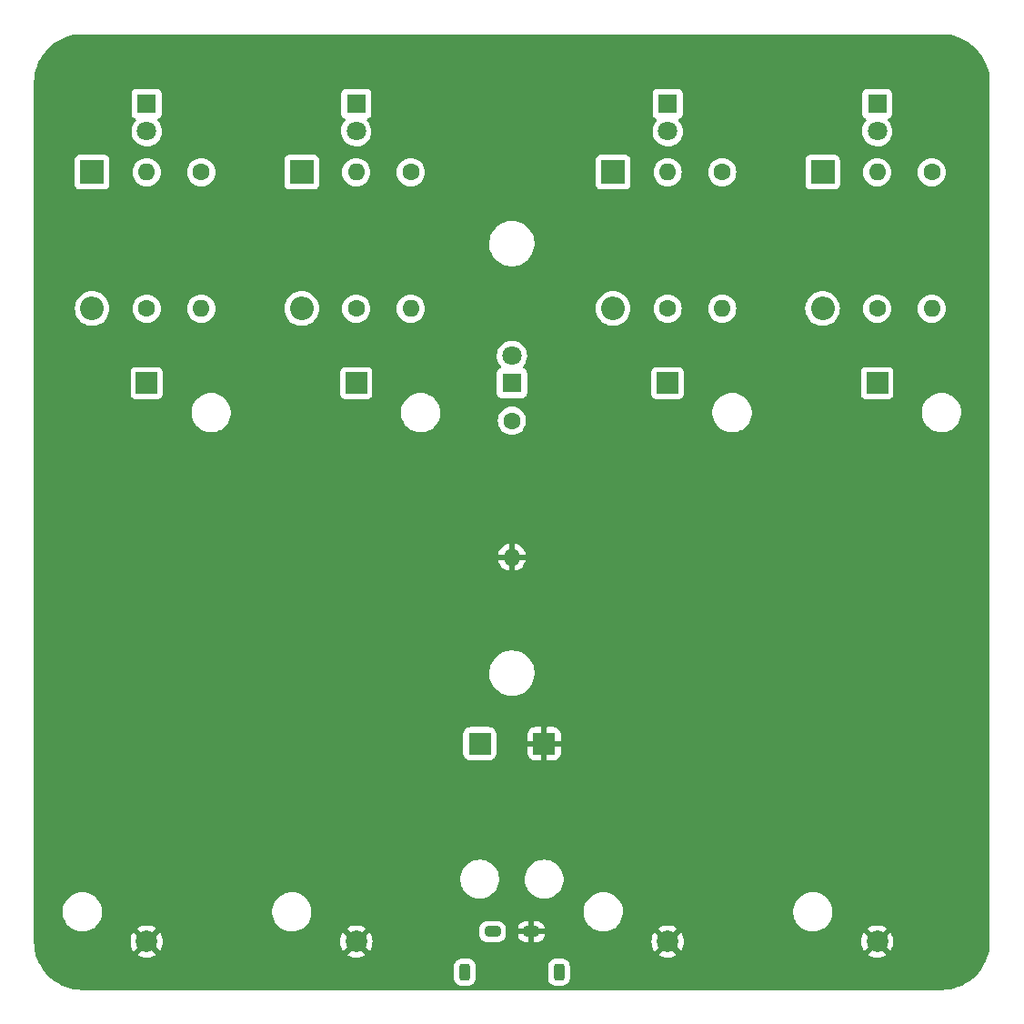
<source format=gbl>
%TF.GenerationSoftware,KiCad,Pcbnew,(6.0.2)*%
%TF.CreationDate,2022-03-25T11:37:34+00:00*%
%TF.ProjectId,nimh-charger,6e696d68-2d63-4686-9172-6765722e6b69,rev?*%
%TF.SameCoordinates,Original*%
%TF.FileFunction,Copper,L2,Bot*%
%TF.FilePolarity,Positive*%
%FSLAX46Y46*%
G04 Gerber Fmt 4.6, Leading zero omitted, Abs format (unit mm)*
G04 Created by KiCad (PCBNEW (6.0.2)) date 2022-03-25 11:37:34*
%MOMM*%
%LPD*%
G01*
G04 APERTURE LIST*
G04 Aperture macros list*
%AMRoundRect*
0 Rectangle with rounded corners*
0 $1 Rounding radius*
0 $2 $3 $4 $5 $6 $7 $8 $9 X,Y pos of 4 corners*
0 Add a 4 corners polygon primitive as box body*
4,1,4,$2,$3,$4,$5,$6,$7,$8,$9,$2,$3,0*
0 Add four circle primitives for the rounded corners*
1,1,$1+$1,$2,$3*
1,1,$1+$1,$4,$5*
1,1,$1+$1,$6,$7*
1,1,$1+$1,$8,$9*
0 Add four rect primitives between the rounded corners*
20,1,$1+$1,$2,$3,$4,$5,0*
20,1,$1+$1,$4,$5,$6,$7,0*
20,1,$1+$1,$6,$7,$8,$9,0*
20,1,$1+$1,$8,$9,$2,$3,0*%
G04 Aperture macros list end*
%TA.AperFunction,ComponentPad*%
%ADD10RoundRect,0.250001X0.799999X0.799999X-0.799999X0.799999X-0.799999X-0.799999X0.799999X-0.799999X0*%
%TD*%
%TA.AperFunction,ComponentPad*%
%ADD11C,1.600000*%
%TD*%
%TA.AperFunction,ComponentPad*%
%ADD12O,1.600000X1.600000*%
%TD*%
%TA.AperFunction,ComponentPad*%
%ADD13R,1.800000X1.800000*%
%TD*%
%TA.AperFunction,ComponentPad*%
%ADD14C,1.800000*%
%TD*%
%TA.AperFunction,ComponentPad*%
%ADD15RoundRect,0.237500X-0.492500X-0.237500X0.492500X-0.237500X0.492500X0.237500X-0.492500X0.237500X0*%
%TD*%
%TA.AperFunction,ComponentPad*%
%ADD16RoundRect,0.250000X-0.250000X-0.520000X0.250000X-0.520000X0.250000X0.520000X-0.250000X0.520000X0*%
%TD*%
%TA.AperFunction,ComponentPad*%
%ADD17R,2.200000X2.200000*%
%TD*%
%TA.AperFunction,ComponentPad*%
%ADD18O,2.200000X2.200000*%
%TD*%
%TA.AperFunction,ComponentPad*%
%ADD19R,2.000000X2.000000*%
%TD*%
%TA.AperFunction,ComponentPad*%
%ADD20C,2.000000*%
%TD*%
G04 APERTURE END LIST*
D10*
%TO.P,TP2,1,1*%
%TO.N,GND*%
X98000000Y-126575000D03*
%TD*%
%TO.P,TP1,1,1*%
%TO.N,+5V*%
X92000000Y-126575000D03*
%TD*%
D11*
%TO.P,R9,1*%
%TO.N,Net-(D9-Pad1)*%
X134080000Y-73350000D03*
D12*
%TO.P,R9,2*%
%TO.N,Net-(BT4-Pad1)*%
X134080000Y-86050000D03*
%TD*%
D11*
%TO.P,R8,1*%
%TO.N,Net-(D8-Pad1)*%
X114580000Y-73350000D03*
D12*
%TO.P,R8,2*%
%TO.N,Net-(BT3-Pad1)*%
X114580000Y-86050000D03*
%TD*%
D11*
%TO.P,R7,1*%
%TO.N,Net-(D7-Pad1)*%
X85580000Y-73350000D03*
D12*
%TO.P,R7,2*%
%TO.N,Net-(BT2-Pad1)*%
X85580000Y-86050000D03*
%TD*%
D11*
%TO.P,R6,1*%
%TO.N,Net-(D6-Pad1)*%
X66080000Y-73350000D03*
D12*
%TO.P,R6,2*%
%TO.N,Net-(BT1-Pad1)*%
X66080000Y-86050000D03*
%TD*%
D11*
%TO.P,R5,1*%
%TO.N,Net-(BT4-Pad1)*%
X129000000Y-86050000D03*
D12*
%TO.P,R5,2*%
%TO.N,Net-(D5-Pad1)*%
X129000000Y-73350000D03*
%TD*%
D11*
%TO.P,R4,1*%
%TO.N,Net-(BT3-Pad1)*%
X109500000Y-86050000D03*
D12*
%TO.P,R4,2*%
%TO.N,Net-(D4-Pad1)*%
X109500000Y-73350000D03*
%TD*%
D11*
%TO.P,R3,1*%
%TO.N,Net-(BT2-Pad1)*%
X80500000Y-86050000D03*
D12*
%TO.P,R3,2*%
%TO.N,Net-(D3-Pad1)*%
X80500000Y-73350000D03*
%TD*%
D11*
%TO.P,R2,1*%
%TO.N,Net-(BT1-Pad1)*%
X61000000Y-86050000D03*
D12*
%TO.P,R2,2*%
%TO.N,Net-(D2-Pad1)*%
X61000000Y-73350000D03*
%TD*%
D11*
%TO.P,R1,1*%
%TO.N,Net-(D1-Pad1)*%
X95000000Y-96500000D03*
D12*
%TO.P,R1,2*%
%TO.N,GND*%
X95000000Y-109200000D03*
%TD*%
D13*
%TO.P,D9,1,K*%
%TO.N,Net-(D9-Pad1)*%
X129000000Y-67000000D03*
D14*
%TO.P,D9,2,A*%
%TO.N,Net-(D5-Pad1)*%
X129000000Y-69540000D03*
%TD*%
D15*
%TO.P,J1,1,VBUS*%
%TO.N,+5V*%
X93200000Y-144057500D03*
%TO.P,J1,2,GND*%
%TO.N,GND*%
X96800000Y-144057500D03*
D16*
%TO.P,J1,3,Shield*%
%TO.N,unconnected-(J1-Pad3)*%
X90625000Y-147837500D03*
X99375000Y-147837500D03*
%TD*%
D17*
%TO.P,D5,1,K*%
%TO.N,Net-(D5-Pad1)*%
X123920000Y-73350000D03*
D18*
%TO.P,D5,2,A*%
%TO.N,+5V*%
X123920000Y-86050000D03*
%TD*%
D17*
%TO.P,D3,1,K*%
%TO.N,Net-(D3-Pad1)*%
X75420000Y-73350000D03*
D18*
%TO.P,D3,2,A*%
%TO.N,+5V*%
X75420000Y-86050000D03*
%TD*%
D13*
%TO.P,D6,1,K*%
%TO.N,Net-(D6-Pad1)*%
X61000000Y-67000000D03*
D14*
%TO.P,D6,2,A*%
%TO.N,Net-(D2-Pad1)*%
X61000000Y-69540000D03*
%TD*%
D19*
%TO.P,BT1,1,+*%
%TO.N,Net-(BT1-Pad1)*%
X61000000Y-93000000D03*
D20*
%TO.P,BT1,2,-*%
%TO.N,GND*%
X61000000Y-144990000D03*
%TD*%
D19*
%TO.P,BT4,1,+*%
%TO.N,Net-(BT4-Pad1)*%
X129000000Y-93000000D03*
D20*
%TO.P,BT4,2,-*%
%TO.N,GND*%
X129000000Y-144990000D03*
%TD*%
D13*
%TO.P,D1,1,K*%
%TO.N,Net-(D1-Pad1)*%
X95000000Y-93000000D03*
D14*
%TO.P,D1,2,A*%
%TO.N,+5V*%
X95000000Y-90460000D03*
%TD*%
D17*
%TO.P,D4,1,K*%
%TO.N,Net-(D4-Pad1)*%
X104420000Y-73350000D03*
D18*
%TO.P,D4,2,A*%
%TO.N,+5V*%
X104420000Y-86050000D03*
%TD*%
D13*
%TO.P,D7,1,K*%
%TO.N,Net-(D7-Pad1)*%
X80500000Y-67000000D03*
D14*
%TO.P,D7,2,A*%
%TO.N,Net-(D3-Pad1)*%
X80500000Y-69540000D03*
%TD*%
D19*
%TO.P,BT3,1,+*%
%TO.N,Net-(BT3-Pad1)*%
X109500000Y-93000000D03*
D20*
%TO.P,BT3,2,-*%
%TO.N,GND*%
X109500000Y-144990000D03*
%TD*%
D19*
%TO.P,BT2,1,+*%
%TO.N,Net-(BT2-Pad1)*%
X80500000Y-93000000D03*
D20*
%TO.P,BT2,2,-*%
%TO.N,GND*%
X80500000Y-144990000D03*
%TD*%
D17*
%TO.P,D2,1,K*%
%TO.N,Net-(D2-Pad1)*%
X55920000Y-73350000D03*
D18*
%TO.P,D2,2,A*%
%TO.N,+5V*%
X55920000Y-86050000D03*
%TD*%
D13*
%TO.P,D8,1,K*%
%TO.N,Net-(D8-Pad1)*%
X109500000Y-67000000D03*
D14*
%TO.P,D8,2,A*%
%TO.N,Net-(D4-Pad1)*%
X109500000Y-69540000D03*
%TD*%
%TA.AperFunction,Conductor*%
%TO.N,GND*%
G36*
X134970057Y-60509500D02*
G01*
X134984858Y-60511805D01*
X134984861Y-60511805D01*
X134993730Y-60513186D01*
X135014158Y-60510515D01*
X135035983Y-60509571D01*
X135386007Y-60524853D01*
X135396958Y-60525811D01*
X135774579Y-60575527D01*
X135785403Y-60577436D01*
X136157243Y-60659870D01*
X136167860Y-60662715D01*
X136531110Y-60777248D01*
X136541425Y-60781001D01*
X136893334Y-60926766D01*
X136903269Y-60931399D01*
X137241128Y-61107278D01*
X137250637Y-61112768D01*
X137571860Y-61317410D01*
X137580864Y-61323714D01*
X137883043Y-61555583D01*
X137891463Y-61562649D01*
X138172268Y-61819959D01*
X138180041Y-61827732D01*
X138437351Y-62108537D01*
X138444417Y-62116957D01*
X138676286Y-62419136D01*
X138682590Y-62428140D01*
X138887232Y-62749363D01*
X138892722Y-62758872D01*
X139068601Y-63096731D01*
X139073238Y-63106675D01*
X139218996Y-63458568D01*
X139222755Y-63468897D01*
X139337285Y-63832139D01*
X139340130Y-63842757D01*
X139422564Y-64214597D01*
X139424473Y-64225421D01*
X139474189Y-64603042D01*
X139475147Y-64613993D01*
X139490104Y-64956583D01*
X139488724Y-64981461D01*
X139486814Y-64993730D01*
X139488638Y-65007678D01*
X139490936Y-65025251D01*
X139492000Y-65041589D01*
X139492000Y-144950672D01*
X139490500Y-144970057D01*
X139489390Y-144977188D01*
X139486814Y-144993730D01*
X139489485Y-145014158D01*
X139490429Y-145035983D01*
X139482321Y-145221699D01*
X139475147Y-145386007D01*
X139474189Y-145396958D01*
X139424473Y-145774579D01*
X139422564Y-145785403D01*
X139340130Y-146157243D01*
X139337285Y-146167860D01*
X139237472Y-146484428D01*
X139222755Y-146531103D01*
X139218999Y-146541425D01*
X139091441Y-146849380D01*
X139073238Y-146893325D01*
X139068601Y-146903269D01*
X138892722Y-147241128D01*
X138887232Y-147250637D01*
X138682590Y-147571860D01*
X138676286Y-147580864D01*
X138444417Y-147883043D01*
X138437351Y-147891463D01*
X138180041Y-148172268D01*
X138172268Y-148180041D01*
X137891463Y-148437351D01*
X137883046Y-148444414D01*
X137785989Y-148518889D01*
X137580864Y-148676286D01*
X137571860Y-148682590D01*
X137250637Y-148887232D01*
X137241128Y-148892722D01*
X136903269Y-149068601D01*
X136893334Y-149073234D01*
X136541425Y-149218999D01*
X136531110Y-149222752D01*
X136167861Y-149337285D01*
X136157243Y-149340130D01*
X135785403Y-149422564D01*
X135774579Y-149424473D01*
X135396958Y-149474189D01*
X135386007Y-149475147D01*
X135043417Y-149490104D01*
X135018539Y-149488724D01*
X135018160Y-149488665D01*
X135006270Y-149486814D01*
X134974749Y-149490936D01*
X134958411Y-149492000D01*
X55049328Y-149492000D01*
X55029943Y-149490500D01*
X55015142Y-149488195D01*
X55015139Y-149488195D01*
X55006270Y-149486814D01*
X54985842Y-149489485D01*
X54964017Y-149490429D01*
X54613993Y-149475147D01*
X54603042Y-149474189D01*
X54225421Y-149424473D01*
X54214597Y-149422564D01*
X53842757Y-149340130D01*
X53832139Y-149337285D01*
X53468890Y-149222752D01*
X53458575Y-149218999D01*
X53106666Y-149073234D01*
X53096731Y-149068601D01*
X52758872Y-148892722D01*
X52749363Y-148887232D01*
X52428140Y-148682590D01*
X52419136Y-148676286D01*
X52214011Y-148518889D01*
X52116954Y-148444414D01*
X52108537Y-148437351D01*
X52076397Y-148407900D01*
X89616500Y-148407900D01*
X89616837Y-148411146D01*
X89616837Y-148411150D01*
X89619556Y-148437351D01*
X89627474Y-148513666D01*
X89683450Y-148681446D01*
X89776522Y-148831848D01*
X89901697Y-148956805D01*
X89907927Y-148960645D01*
X89907928Y-148960646D01*
X90045090Y-149045194D01*
X90052262Y-149049615D01*
X90071006Y-149055832D01*
X90213611Y-149103132D01*
X90213613Y-149103132D01*
X90220139Y-149105297D01*
X90226975Y-149105997D01*
X90226978Y-149105998D01*
X90270031Y-149110409D01*
X90324600Y-149116000D01*
X90925400Y-149116000D01*
X90928646Y-149115663D01*
X90928650Y-149115663D01*
X91024308Y-149105738D01*
X91024312Y-149105737D01*
X91031166Y-149105026D01*
X91037702Y-149102845D01*
X91037704Y-149102845D01*
X91178618Y-149055832D01*
X91198946Y-149049050D01*
X91349348Y-148955978D01*
X91474305Y-148830803D01*
X91567115Y-148680238D01*
X91622797Y-148512361D01*
X91633500Y-148407900D01*
X98366500Y-148407900D01*
X98366837Y-148411146D01*
X98366837Y-148411150D01*
X98369556Y-148437351D01*
X98377474Y-148513666D01*
X98433450Y-148681446D01*
X98526522Y-148831848D01*
X98651697Y-148956805D01*
X98657927Y-148960645D01*
X98657928Y-148960646D01*
X98795090Y-149045194D01*
X98802262Y-149049615D01*
X98821006Y-149055832D01*
X98963611Y-149103132D01*
X98963613Y-149103132D01*
X98970139Y-149105297D01*
X98976975Y-149105997D01*
X98976978Y-149105998D01*
X99020031Y-149110409D01*
X99074600Y-149116000D01*
X99675400Y-149116000D01*
X99678646Y-149115663D01*
X99678650Y-149115663D01*
X99774308Y-149105738D01*
X99774312Y-149105737D01*
X99781166Y-149105026D01*
X99787702Y-149102845D01*
X99787704Y-149102845D01*
X99928618Y-149055832D01*
X99948946Y-149049050D01*
X100099348Y-148955978D01*
X100224305Y-148830803D01*
X100317115Y-148680238D01*
X100372797Y-148512361D01*
X100383500Y-148407900D01*
X100383500Y-147267100D01*
X100372526Y-147161334D01*
X100316550Y-146993554D01*
X100223478Y-146843152D01*
X100098303Y-146718195D01*
X100092072Y-146714354D01*
X99953968Y-146629225D01*
X99953966Y-146629224D01*
X99947738Y-146625385D01*
X99787254Y-146572155D01*
X99786389Y-146571868D01*
X99786387Y-146571868D01*
X99779861Y-146569703D01*
X99773025Y-146569003D01*
X99773022Y-146569002D01*
X99729969Y-146564591D01*
X99675400Y-146559000D01*
X99074600Y-146559000D01*
X99071354Y-146559337D01*
X99071350Y-146559337D01*
X98975692Y-146569262D01*
X98975688Y-146569263D01*
X98968834Y-146569974D01*
X98962298Y-146572155D01*
X98962296Y-146572155D01*
X98830194Y-146616228D01*
X98801054Y-146625950D01*
X98650652Y-146719022D01*
X98525695Y-146844197D01*
X98521855Y-146850427D01*
X98521854Y-146850428D01*
X98489271Y-146903288D01*
X98432885Y-146994762D01*
X98377203Y-147162639D01*
X98366500Y-147267100D01*
X98366500Y-148407900D01*
X91633500Y-148407900D01*
X91633500Y-147267100D01*
X91622526Y-147161334D01*
X91566550Y-146993554D01*
X91473478Y-146843152D01*
X91348303Y-146718195D01*
X91342072Y-146714354D01*
X91203968Y-146629225D01*
X91203966Y-146629224D01*
X91197738Y-146625385D01*
X91037254Y-146572155D01*
X91036389Y-146571868D01*
X91036387Y-146571868D01*
X91029861Y-146569703D01*
X91023025Y-146569003D01*
X91023022Y-146569002D01*
X90979969Y-146564591D01*
X90925400Y-146559000D01*
X90324600Y-146559000D01*
X90321354Y-146559337D01*
X90321350Y-146559337D01*
X90225692Y-146569262D01*
X90225688Y-146569263D01*
X90218834Y-146569974D01*
X90212298Y-146572155D01*
X90212296Y-146572155D01*
X90080194Y-146616228D01*
X90051054Y-146625950D01*
X89900652Y-146719022D01*
X89775695Y-146844197D01*
X89771855Y-146850427D01*
X89771854Y-146850428D01*
X89739271Y-146903288D01*
X89682885Y-146994762D01*
X89627203Y-147162639D01*
X89616500Y-147267100D01*
X89616500Y-148407900D01*
X52076397Y-148407900D01*
X51827732Y-148180041D01*
X51819959Y-148172268D01*
X51562649Y-147891463D01*
X51555583Y-147883043D01*
X51323714Y-147580864D01*
X51317410Y-147571860D01*
X51112768Y-147250637D01*
X51107278Y-147241128D01*
X50931399Y-146903269D01*
X50926762Y-146893325D01*
X50908560Y-146849380D01*
X50781001Y-146541425D01*
X50777245Y-146531103D01*
X50762529Y-146484428D01*
X50679997Y-146222670D01*
X60132160Y-146222670D01*
X60137887Y-146230320D01*
X60309042Y-146335205D01*
X60317837Y-146339687D01*
X60527988Y-146426734D01*
X60537373Y-146429783D01*
X60758554Y-146482885D01*
X60768301Y-146484428D01*
X60995070Y-146502275D01*
X61004930Y-146502275D01*
X61231699Y-146484428D01*
X61241446Y-146482885D01*
X61462627Y-146429783D01*
X61472012Y-146426734D01*
X61682163Y-146339687D01*
X61690958Y-146335205D01*
X61858445Y-146232568D01*
X61867400Y-146222670D01*
X79632160Y-146222670D01*
X79637887Y-146230320D01*
X79809042Y-146335205D01*
X79817837Y-146339687D01*
X80027988Y-146426734D01*
X80037373Y-146429783D01*
X80258554Y-146482885D01*
X80268301Y-146484428D01*
X80495070Y-146502275D01*
X80504930Y-146502275D01*
X80731699Y-146484428D01*
X80741446Y-146482885D01*
X80962627Y-146429783D01*
X80972012Y-146426734D01*
X81182163Y-146339687D01*
X81190958Y-146335205D01*
X81358445Y-146232568D01*
X81367400Y-146222670D01*
X108632160Y-146222670D01*
X108637887Y-146230320D01*
X108809042Y-146335205D01*
X108817837Y-146339687D01*
X109027988Y-146426734D01*
X109037373Y-146429783D01*
X109258554Y-146482885D01*
X109268301Y-146484428D01*
X109495070Y-146502275D01*
X109504930Y-146502275D01*
X109731699Y-146484428D01*
X109741446Y-146482885D01*
X109962627Y-146429783D01*
X109972012Y-146426734D01*
X110182163Y-146339687D01*
X110190958Y-146335205D01*
X110358445Y-146232568D01*
X110367400Y-146222670D01*
X128132160Y-146222670D01*
X128137887Y-146230320D01*
X128309042Y-146335205D01*
X128317837Y-146339687D01*
X128527988Y-146426734D01*
X128537373Y-146429783D01*
X128758554Y-146482885D01*
X128768301Y-146484428D01*
X128995070Y-146502275D01*
X129004930Y-146502275D01*
X129231699Y-146484428D01*
X129241446Y-146482885D01*
X129462627Y-146429783D01*
X129472012Y-146426734D01*
X129682163Y-146339687D01*
X129690958Y-146335205D01*
X129858445Y-146232568D01*
X129867907Y-146222110D01*
X129864124Y-146213334D01*
X129012812Y-145362022D01*
X128998868Y-145354408D01*
X128997035Y-145354539D01*
X128990420Y-145358790D01*
X128138920Y-146210290D01*
X128132160Y-146222670D01*
X110367400Y-146222670D01*
X110367907Y-146222110D01*
X110364124Y-146213334D01*
X109512812Y-145362022D01*
X109498868Y-145354408D01*
X109497035Y-145354539D01*
X109490420Y-145358790D01*
X108638920Y-146210290D01*
X108632160Y-146222670D01*
X81367400Y-146222670D01*
X81367907Y-146222110D01*
X81364124Y-146213334D01*
X80512812Y-145362022D01*
X80498868Y-145354408D01*
X80497035Y-145354539D01*
X80490420Y-145358790D01*
X79638920Y-146210290D01*
X79632160Y-146222670D01*
X61867400Y-146222670D01*
X61867907Y-146222110D01*
X61864124Y-146213334D01*
X61012812Y-145362022D01*
X60998868Y-145354408D01*
X60997035Y-145354539D01*
X60990420Y-145358790D01*
X60138920Y-146210290D01*
X60132160Y-146222670D01*
X50679997Y-146222670D01*
X50662715Y-146167860D01*
X50659870Y-146157243D01*
X50577436Y-145785403D01*
X50575527Y-145774579D01*
X50525811Y-145396957D01*
X50524853Y-145386006D01*
X50510059Y-145047173D01*
X50511686Y-145020769D01*
X50512263Y-145017342D01*
X50512263Y-145017340D01*
X50513071Y-145012539D01*
X50513224Y-145000000D01*
X50512498Y-144994930D01*
X59487725Y-144994930D01*
X59505572Y-145221699D01*
X59507115Y-145231446D01*
X59560217Y-145452627D01*
X59563266Y-145462012D01*
X59650313Y-145672163D01*
X59654795Y-145680958D01*
X59757432Y-145848445D01*
X59767890Y-145857907D01*
X59776666Y-145854124D01*
X60627978Y-145002812D01*
X60634356Y-144991132D01*
X61364408Y-144991132D01*
X61364539Y-144992965D01*
X61368790Y-144999580D01*
X62220290Y-145851080D01*
X62232670Y-145857840D01*
X62240320Y-145852113D01*
X62345205Y-145680958D01*
X62349687Y-145672163D01*
X62436734Y-145462012D01*
X62439783Y-145452627D01*
X62492885Y-145231446D01*
X62494428Y-145221699D01*
X62512275Y-144994930D01*
X78987725Y-144994930D01*
X79005572Y-145221699D01*
X79007115Y-145231446D01*
X79060217Y-145452627D01*
X79063266Y-145462012D01*
X79150313Y-145672163D01*
X79154795Y-145680958D01*
X79257432Y-145848445D01*
X79267890Y-145857907D01*
X79276666Y-145854124D01*
X80127978Y-145002812D01*
X80134356Y-144991132D01*
X80864408Y-144991132D01*
X80864539Y-144992965D01*
X80868790Y-144999580D01*
X81720290Y-145851080D01*
X81732670Y-145857840D01*
X81740320Y-145852113D01*
X81845205Y-145680958D01*
X81849687Y-145672163D01*
X81936734Y-145462012D01*
X81939783Y-145452627D01*
X81992885Y-145231446D01*
X81994428Y-145221699D01*
X82012275Y-144994930D01*
X82012275Y-144985070D01*
X81994428Y-144758301D01*
X81992885Y-144748554D01*
X81939783Y-144527373D01*
X81936734Y-144517988D01*
X81864903Y-144344572D01*
X91961500Y-144344572D01*
X91961837Y-144347818D01*
X91961837Y-144347822D01*
X91971571Y-144441632D01*
X91972293Y-144448593D01*
X92027346Y-144613607D01*
X92118884Y-144761531D01*
X92124066Y-144766704D01*
X92236816Y-144879258D01*
X92236821Y-144879262D01*
X92241997Y-144884429D01*
X92248227Y-144888269D01*
X92248228Y-144888270D01*
X92380911Y-144970057D01*
X92390080Y-144975709D01*
X92555191Y-145030474D01*
X92562027Y-145031174D01*
X92562030Y-145031175D01*
X92609370Y-145036025D01*
X92657928Y-145041000D01*
X93742072Y-145041000D01*
X93745318Y-145040663D01*
X93745322Y-145040663D01*
X93839235Y-145030919D01*
X93839239Y-145030918D01*
X93846093Y-145030207D01*
X93852629Y-145028026D01*
X93852631Y-145028026D01*
X93995323Y-144980420D01*
X94011107Y-144975154D01*
X94159031Y-144883616D01*
X94164597Y-144878040D01*
X94276758Y-144765684D01*
X94276762Y-144765679D01*
X94281929Y-144760503D01*
X94285962Y-144753960D01*
X94369369Y-144618650D01*
X94369370Y-144618648D01*
X94373209Y-144612420D01*
X94427974Y-144447309D01*
X94438500Y-144344572D01*
X94438500Y-144341266D01*
X95562000Y-144341266D01*
X95562337Y-144347782D01*
X95572075Y-144441632D01*
X95574968Y-144455028D01*
X95625488Y-144606453D01*
X95631653Y-144619615D01*
X95715426Y-144754992D01*
X95724460Y-144766390D01*
X95837129Y-144878863D01*
X95848540Y-144887875D01*
X95984063Y-144971412D01*
X95997241Y-144977556D01*
X96148766Y-145027815D01*
X96162132Y-145030681D01*
X96254770Y-145040172D01*
X96261185Y-145040500D01*
X96527885Y-145040500D01*
X96543124Y-145036025D01*
X96544329Y-145034635D01*
X96546000Y-145026952D01*
X96546000Y-145022385D01*
X97054000Y-145022385D01*
X97058475Y-145037624D01*
X97059865Y-145038829D01*
X97067548Y-145040500D01*
X97338766Y-145040500D01*
X97345282Y-145040163D01*
X97439132Y-145030425D01*
X97452528Y-145027532D01*
X97550247Y-144994930D01*
X107987725Y-144994930D01*
X108005572Y-145221699D01*
X108007115Y-145231446D01*
X108060217Y-145452627D01*
X108063266Y-145462012D01*
X108150313Y-145672163D01*
X108154795Y-145680958D01*
X108257432Y-145848445D01*
X108267890Y-145857907D01*
X108276666Y-145854124D01*
X109127978Y-145002812D01*
X109134356Y-144991132D01*
X109864408Y-144991132D01*
X109864539Y-144992965D01*
X109868790Y-144999580D01*
X110720290Y-145851080D01*
X110732670Y-145857840D01*
X110740320Y-145852113D01*
X110845205Y-145680958D01*
X110849687Y-145672163D01*
X110936734Y-145462012D01*
X110939783Y-145452627D01*
X110992885Y-145231446D01*
X110994428Y-145221699D01*
X111012275Y-144994930D01*
X127487725Y-144994930D01*
X127505572Y-145221699D01*
X127507115Y-145231446D01*
X127560217Y-145452627D01*
X127563266Y-145462012D01*
X127650313Y-145672163D01*
X127654795Y-145680958D01*
X127757432Y-145848445D01*
X127767890Y-145857907D01*
X127776666Y-145854124D01*
X128627978Y-145002812D01*
X128634356Y-144991132D01*
X129364408Y-144991132D01*
X129364539Y-144992965D01*
X129368790Y-144999580D01*
X130220290Y-145851080D01*
X130232670Y-145857840D01*
X130240320Y-145852113D01*
X130345205Y-145680958D01*
X130349687Y-145672163D01*
X130436734Y-145462012D01*
X130439783Y-145452627D01*
X130492885Y-145231446D01*
X130494428Y-145221699D01*
X130512275Y-144994930D01*
X130512275Y-144985070D01*
X130494428Y-144758301D01*
X130492885Y-144748554D01*
X130439783Y-144527373D01*
X130436734Y-144517988D01*
X130349687Y-144307837D01*
X130345205Y-144299042D01*
X130242568Y-144131555D01*
X130232110Y-144122093D01*
X130223334Y-144125876D01*
X129372022Y-144977188D01*
X129364408Y-144991132D01*
X128634356Y-144991132D01*
X128635592Y-144988868D01*
X128635461Y-144987035D01*
X128631210Y-144980420D01*
X127779710Y-144128920D01*
X127767330Y-144122160D01*
X127759680Y-144127887D01*
X127654795Y-144299042D01*
X127650313Y-144307837D01*
X127563266Y-144517988D01*
X127560217Y-144527373D01*
X127507115Y-144748554D01*
X127505572Y-144758301D01*
X127487725Y-144985070D01*
X127487725Y-144994930D01*
X111012275Y-144994930D01*
X111012275Y-144985070D01*
X110994428Y-144758301D01*
X110992885Y-144748554D01*
X110939783Y-144527373D01*
X110936734Y-144517988D01*
X110849687Y-144307837D01*
X110845205Y-144299042D01*
X110742568Y-144131555D01*
X110732110Y-144122093D01*
X110723334Y-144125876D01*
X109872022Y-144977188D01*
X109864408Y-144991132D01*
X109134356Y-144991132D01*
X109135592Y-144988868D01*
X109135461Y-144987035D01*
X109131210Y-144980420D01*
X108279710Y-144128920D01*
X108267330Y-144122160D01*
X108259680Y-144127887D01*
X108154795Y-144299042D01*
X108150313Y-144307837D01*
X108063266Y-144517988D01*
X108060217Y-144527373D01*
X108007115Y-144748554D01*
X108005572Y-144758301D01*
X107987725Y-144985070D01*
X107987725Y-144994930D01*
X97550247Y-144994930D01*
X97603953Y-144977012D01*
X97617115Y-144970847D01*
X97752492Y-144887074D01*
X97763890Y-144878040D01*
X97876363Y-144765371D01*
X97885375Y-144753960D01*
X97968912Y-144618437D01*
X97975056Y-144605259D01*
X98025315Y-144453734D01*
X98028181Y-144440368D01*
X98037672Y-144347730D01*
X98038000Y-144341315D01*
X98038000Y-144329615D01*
X98033525Y-144314376D01*
X98032135Y-144313171D01*
X98024452Y-144311500D01*
X97072115Y-144311500D01*
X97056876Y-144315975D01*
X97055671Y-144317365D01*
X97054000Y-144325048D01*
X97054000Y-145022385D01*
X96546000Y-145022385D01*
X96546000Y-144329615D01*
X96541525Y-144314376D01*
X96540135Y-144313171D01*
X96532452Y-144311500D01*
X95580115Y-144311500D01*
X95564876Y-144315975D01*
X95563671Y-144317365D01*
X95562000Y-144325048D01*
X95562000Y-144341266D01*
X94438500Y-144341266D01*
X94438500Y-143785385D01*
X95562000Y-143785385D01*
X95566475Y-143800624D01*
X95567865Y-143801829D01*
X95575548Y-143803500D01*
X96527885Y-143803500D01*
X96543124Y-143799025D01*
X96544329Y-143797635D01*
X96546000Y-143789952D01*
X96546000Y-143785385D01*
X97054000Y-143785385D01*
X97058475Y-143800624D01*
X97059865Y-143801829D01*
X97067548Y-143803500D01*
X98019885Y-143803500D01*
X98035124Y-143799025D01*
X98036329Y-143797635D01*
X98038000Y-143789952D01*
X98038000Y-143773734D01*
X98037663Y-143767218D01*
X98027925Y-143673368D01*
X98025032Y-143659972D01*
X97974512Y-143508547D01*
X97968347Y-143495385D01*
X97884574Y-143360008D01*
X97875540Y-143348610D01*
X97762871Y-143236137D01*
X97751460Y-143227125D01*
X97615937Y-143143588D01*
X97602759Y-143137444D01*
X97451234Y-143087185D01*
X97437868Y-143084319D01*
X97345230Y-143074828D01*
X97338815Y-143074500D01*
X97072115Y-143074500D01*
X97056876Y-143078975D01*
X97055671Y-143080365D01*
X97054000Y-143088048D01*
X97054000Y-143785385D01*
X96546000Y-143785385D01*
X96546000Y-143092615D01*
X96541525Y-143077376D01*
X96540135Y-143076171D01*
X96532452Y-143074500D01*
X96261234Y-143074500D01*
X96254718Y-143074837D01*
X96160868Y-143084575D01*
X96147472Y-143087468D01*
X95996047Y-143137988D01*
X95982885Y-143144153D01*
X95847508Y-143227926D01*
X95836110Y-143236960D01*
X95723637Y-143349629D01*
X95714625Y-143361040D01*
X95631088Y-143496563D01*
X95624944Y-143509741D01*
X95574685Y-143661266D01*
X95571819Y-143674632D01*
X95562328Y-143767270D01*
X95562000Y-143773685D01*
X95562000Y-143785385D01*
X94438500Y-143785385D01*
X94438500Y-143770428D01*
X94433557Y-143722784D01*
X94428419Y-143673265D01*
X94428418Y-143673261D01*
X94427707Y-143666407D01*
X94419002Y-143640313D01*
X94374972Y-143508341D01*
X94372654Y-143501393D01*
X94281116Y-143353469D01*
X94269956Y-143342328D01*
X94163184Y-143235742D01*
X94163179Y-143235738D01*
X94158003Y-143230571D01*
X94151772Y-143226730D01*
X94016150Y-143143131D01*
X94016148Y-143143130D01*
X94009920Y-143139291D01*
X93844809Y-143084526D01*
X93837973Y-143083826D01*
X93837970Y-143083825D01*
X93786474Y-143078549D01*
X93742072Y-143074000D01*
X92657928Y-143074000D01*
X92654682Y-143074337D01*
X92654678Y-143074337D01*
X92560765Y-143084081D01*
X92560761Y-143084082D01*
X92553907Y-143084793D01*
X92547371Y-143086974D01*
X92547369Y-143086974D01*
X92464223Y-143114714D01*
X92388893Y-143139846D01*
X92240969Y-143231384D01*
X92235796Y-143236566D01*
X92123242Y-143349316D01*
X92123238Y-143349321D01*
X92118071Y-143354497D01*
X92114231Y-143360727D01*
X92114230Y-143360728D01*
X92031364Y-143495162D01*
X92026791Y-143502580D01*
X91972026Y-143667691D01*
X91961500Y-143770428D01*
X91961500Y-144344572D01*
X81864903Y-144344572D01*
X81849687Y-144307837D01*
X81845205Y-144299042D01*
X81742568Y-144131555D01*
X81732110Y-144122093D01*
X81723334Y-144125876D01*
X80872022Y-144977188D01*
X80864408Y-144991132D01*
X80134356Y-144991132D01*
X80135592Y-144988868D01*
X80135461Y-144987035D01*
X80131210Y-144980420D01*
X79279710Y-144128920D01*
X79267330Y-144122160D01*
X79259680Y-144127887D01*
X79154795Y-144299042D01*
X79150313Y-144307837D01*
X79063266Y-144517988D01*
X79060217Y-144527373D01*
X79007115Y-144748554D01*
X79005572Y-144758301D01*
X78987725Y-144985070D01*
X78987725Y-144994930D01*
X62512275Y-144994930D01*
X62512275Y-144985070D01*
X62494428Y-144758301D01*
X62492885Y-144748554D01*
X62439783Y-144527373D01*
X62436734Y-144517988D01*
X62349687Y-144307837D01*
X62345205Y-144299042D01*
X62242568Y-144131555D01*
X62232110Y-144122093D01*
X62223334Y-144125876D01*
X61372022Y-144977188D01*
X61364408Y-144991132D01*
X60634356Y-144991132D01*
X60635592Y-144988868D01*
X60635461Y-144987035D01*
X60631210Y-144980420D01*
X59779710Y-144128920D01*
X59767330Y-144122160D01*
X59759680Y-144127887D01*
X59654795Y-144299042D01*
X59650313Y-144307837D01*
X59563266Y-144517988D01*
X59560217Y-144527373D01*
X59507115Y-144748554D01*
X59505572Y-144758301D01*
X59487725Y-144985070D01*
X59487725Y-144994930D01*
X50512498Y-144994930D01*
X50509273Y-144972412D01*
X50508000Y-144954549D01*
X50508000Y-142341940D01*
X53174793Y-142341940D01*
X53211442Y-142611232D01*
X53287493Y-142872150D01*
X53401274Y-143118960D01*
X53417121Y-143143131D01*
X53547720Y-143342328D01*
X53547724Y-143342333D01*
X53550286Y-143346241D01*
X53553403Y-143349733D01*
X53694966Y-143508341D01*
X53731256Y-143549001D01*
X53940207Y-143722784D01*
X53989120Y-143752465D01*
X54168554Y-143861349D01*
X54168559Y-143861351D01*
X54172551Y-143863774D01*
X54423182Y-143968872D01*
X54686594Y-144035770D01*
X54912322Y-144058500D01*
X55073991Y-144058500D01*
X55076316Y-144058327D01*
X55076322Y-144058327D01*
X55271375Y-144043832D01*
X55271379Y-144043831D01*
X55276027Y-144043486D01*
X55541101Y-143983506D01*
X55575773Y-143970023D01*
X55790044Y-143886698D01*
X55790046Y-143886697D01*
X55794397Y-143885005D01*
X55828379Y-143865583D01*
X55937001Y-143803500D01*
X56016802Y-143757890D01*
X60132093Y-143757890D01*
X60135876Y-143766666D01*
X60987188Y-144617978D01*
X61001132Y-144625592D01*
X61002965Y-144625461D01*
X61009580Y-144621210D01*
X61861080Y-143769710D01*
X61867840Y-143757330D01*
X61862113Y-143749680D01*
X61690958Y-143644795D01*
X61682163Y-143640313D01*
X61472012Y-143553266D01*
X61462627Y-143550217D01*
X61241446Y-143497115D01*
X61231699Y-143495572D01*
X61004930Y-143477725D01*
X60995070Y-143477725D01*
X60768301Y-143495572D01*
X60758554Y-143497115D01*
X60537373Y-143550217D01*
X60527988Y-143553266D01*
X60317837Y-143640313D01*
X60309042Y-143644795D01*
X60141555Y-143747432D01*
X60132093Y-143757890D01*
X56016802Y-143757890D01*
X56030351Y-143750146D01*
X56243780Y-143581892D01*
X56429996Y-143383939D01*
X56446098Y-143360728D01*
X56582244Y-143164474D01*
X56582247Y-143164469D01*
X56584906Y-143160636D01*
X56596343Y-143137444D01*
X56703044Y-142921077D01*
X56703045Y-142921074D01*
X56705109Y-142916889D01*
X56787964Y-142658052D01*
X56831649Y-142389811D01*
X56832276Y-142341940D01*
X72674793Y-142341940D01*
X72711442Y-142611232D01*
X72787493Y-142872150D01*
X72901274Y-143118960D01*
X72917121Y-143143131D01*
X73047720Y-143342328D01*
X73047724Y-143342333D01*
X73050286Y-143346241D01*
X73053403Y-143349733D01*
X73194966Y-143508341D01*
X73231256Y-143549001D01*
X73440207Y-143722784D01*
X73489120Y-143752465D01*
X73668554Y-143861349D01*
X73668559Y-143861351D01*
X73672551Y-143863774D01*
X73923182Y-143968872D01*
X74186594Y-144035770D01*
X74412322Y-144058500D01*
X74573991Y-144058500D01*
X74576316Y-144058327D01*
X74576322Y-144058327D01*
X74771375Y-144043832D01*
X74771379Y-144043831D01*
X74776027Y-144043486D01*
X75041101Y-143983506D01*
X75075773Y-143970023D01*
X75290044Y-143886698D01*
X75290046Y-143886697D01*
X75294397Y-143885005D01*
X75328379Y-143865583D01*
X75437001Y-143803500D01*
X75516802Y-143757890D01*
X79632093Y-143757890D01*
X79635876Y-143766666D01*
X80487188Y-144617978D01*
X80501132Y-144625592D01*
X80502965Y-144625461D01*
X80509580Y-144621210D01*
X81361080Y-143769710D01*
X81367840Y-143757330D01*
X81362113Y-143749680D01*
X81190958Y-143644795D01*
X81182163Y-143640313D01*
X80972012Y-143553266D01*
X80962627Y-143550217D01*
X80741446Y-143497115D01*
X80731699Y-143495572D01*
X80504930Y-143477725D01*
X80495070Y-143477725D01*
X80268301Y-143495572D01*
X80258554Y-143497115D01*
X80037373Y-143550217D01*
X80027988Y-143553266D01*
X79817837Y-143640313D01*
X79809042Y-143644795D01*
X79641555Y-143747432D01*
X79632093Y-143757890D01*
X75516802Y-143757890D01*
X75530351Y-143750146D01*
X75743780Y-143581892D01*
X75929996Y-143383939D01*
X75946098Y-143360728D01*
X76082244Y-143164474D01*
X76082247Y-143164469D01*
X76084906Y-143160636D01*
X76096343Y-143137444D01*
X76203044Y-142921077D01*
X76203045Y-142921074D01*
X76205109Y-142916889D01*
X76287964Y-142658052D01*
X76331649Y-142389811D01*
X76332276Y-142341940D01*
X101674793Y-142341940D01*
X101711442Y-142611232D01*
X101787493Y-142872150D01*
X101901274Y-143118960D01*
X101917121Y-143143131D01*
X102047720Y-143342328D01*
X102047724Y-143342333D01*
X102050286Y-143346241D01*
X102053403Y-143349733D01*
X102194966Y-143508341D01*
X102231256Y-143549001D01*
X102440207Y-143722784D01*
X102489120Y-143752465D01*
X102668554Y-143861349D01*
X102668559Y-143861351D01*
X102672551Y-143863774D01*
X102923182Y-143968872D01*
X103186594Y-144035770D01*
X103412322Y-144058500D01*
X103573991Y-144058500D01*
X103576316Y-144058327D01*
X103576322Y-144058327D01*
X103771375Y-144043832D01*
X103771379Y-144043831D01*
X103776027Y-144043486D01*
X104041101Y-143983506D01*
X104075773Y-143970023D01*
X104290044Y-143886698D01*
X104290046Y-143886697D01*
X104294397Y-143885005D01*
X104328379Y-143865583D01*
X104437001Y-143803500D01*
X104516802Y-143757890D01*
X108632093Y-143757890D01*
X108635876Y-143766666D01*
X109487188Y-144617978D01*
X109501132Y-144625592D01*
X109502965Y-144625461D01*
X109509580Y-144621210D01*
X110361080Y-143769710D01*
X110367840Y-143757330D01*
X110362113Y-143749680D01*
X110190958Y-143644795D01*
X110182163Y-143640313D01*
X109972012Y-143553266D01*
X109962627Y-143550217D01*
X109741446Y-143497115D01*
X109731699Y-143495572D01*
X109504930Y-143477725D01*
X109495070Y-143477725D01*
X109268301Y-143495572D01*
X109258554Y-143497115D01*
X109037373Y-143550217D01*
X109027988Y-143553266D01*
X108817837Y-143640313D01*
X108809042Y-143644795D01*
X108641555Y-143747432D01*
X108632093Y-143757890D01*
X104516802Y-143757890D01*
X104530351Y-143750146D01*
X104743780Y-143581892D01*
X104929996Y-143383939D01*
X104946098Y-143360728D01*
X105082244Y-143164474D01*
X105082247Y-143164469D01*
X105084906Y-143160636D01*
X105096343Y-143137444D01*
X105203044Y-142921077D01*
X105203045Y-142921074D01*
X105205109Y-142916889D01*
X105287964Y-142658052D01*
X105331649Y-142389811D01*
X105332276Y-142341940D01*
X121174793Y-142341940D01*
X121211442Y-142611232D01*
X121287493Y-142872150D01*
X121401274Y-143118960D01*
X121417121Y-143143131D01*
X121547720Y-143342328D01*
X121547724Y-143342333D01*
X121550286Y-143346241D01*
X121553403Y-143349733D01*
X121694966Y-143508341D01*
X121731256Y-143549001D01*
X121940207Y-143722784D01*
X121989120Y-143752465D01*
X122168554Y-143861349D01*
X122168559Y-143861351D01*
X122172551Y-143863774D01*
X122423182Y-143968872D01*
X122686594Y-144035770D01*
X122912322Y-144058500D01*
X123073991Y-144058500D01*
X123076316Y-144058327D01*
X123076322Y-144058327D01*
X123271375Y-144043832D01*
X123271379Y-144043831D01*
X123276027Y-144043486D01*
X123541101Y-143983506D01*
X123575773Y-143970023D01*
X123790044Y-143886698D01*
X123790046Y-143886697D01*
X123794397Y-143885005D01*
X123828379Y-143865583D01*
X123937001Y-143803500D01*
X124016802Y-143757890D01*
X128132093Y-143757890D01*
X128135876Y-143766666D01*
X128987188Y-144617978D01*
X129001132Y-144625592D01*
X129002965Y-144625461D01*
X129009580Y-144621210D01*
X129861080Y-143769710D01*
X129867840Y-143757330D01*
X129862113Y-143749680D01*
X129690958Y-143644795D01*
X129682163Y-143640313D01*
X129472012Y-143553266D01*
X129462627Y-143550217D01*
X129241446Y-143497115D01*
X129231699Y-143495572D01*
X129004930Y-143477725D01*
X128995070Y-143477725D01*
X128768301Y-143495572D01*
X128758554Y-143497115D01*
X128537373Y-143550217D01*
X128527988Y-143553266D01*
X128317837Y-143640313D01*
X128309042Y-143644795D01*
X128141555Y-143747432D01*
X128132093Y-143757890D01*
X124016802Y-143757890D01*
X124030351Y-143750146D01*
X124243780Y-143581892D01*
X124429996Y-143383939D01*
X124446098Y-143360728D01*
X124582244Y-143164474D01*
X124582247Y-143164469D01*
X124584906Y-143160636D01*
X124596343Y-143137444D01*
X124703044Y-142921077D01*
X124703045Y-142921074D01*
X124705109Y-142916889D01*
X124787964Y-142658052D01*
X124831649Y-142389811D01*
X124835207Y-142118060D01*
X124798558Y-141848768D01*
X124722507Y-141587850D01*
X124608726Y-141341040D01*
X124574726Y-141289181D01*
X124462280Y-141117672D01*
X124462276Y-141117667D01*
X124459714Y-141113759D01*
X124343299Y-140983327D01*
X124281861Y-140914491D01*
X124281859Y-140914489D01*
X124278744Y-140910999D01*
X124069793Y-140737216D01*
X123928465Y-140651456D01*
X123841446Y-140598651D01*
X123841441Y-140598649D01*
X123837449Y-140596226D01*
X123586818Y-140491128D01*
X123323406Y-140424230D01*
X123097678Y-140401500D01*
X122936009Y-140401500D01*
X122933684Y-140401673D01*
X122933678Y-140401673D01*
X122738625Y-140416168D01*
X122738621Y-140416169D01*
X122733973Y-140416514D01*
X122468899Y-140476494D01*
X122464547Y-140478186D01*
X122464545Y-140478187D01*
X122219956Y-140573302D01*
X122219954Y-140573303D01*
X122215603Y-140574995D01*
X122211549Y-140577312D01*
X122211547Y-140577313D01*
X122127859Y-140625145D01*
X121979649Y-140709854D01*
X121766220Y-140878108D01*
X121580004Y-141076061D01*
X121577338Y-141079904D01*
X121427756Y-141295526D01*
X121427753Y-141295531D01*
X121425094Y-141299364D01*
X121423028Y-141303553D01*
X121423027Y-141303555D01*
X121402448Y-141345286D01*
X121304891Y-141543111D01*
X121222036Y-141801948D01*
X121178351Y-142070189D01*
X121174793Y-142341940D01*
X105332276Y-142341940D01*
X105335207Y-142118060D01*
X105298558Y-141848768D01*
X105222507Y-141587850D01*
X105108726Y-141341040D01*
X105074726Y-141289181D01*
X104962280Y-141117672D01*
X104962276Y-141117667D01*
X104959714Y-141113759D01*
X104843299Y-140983327D01*
X104781861Y-140914491D01*
X104781859Y-140914489D01*
X104778744Y-140910999D01*
X104569793Y-140737216D01*
X104428465Y-140651456D01*
X104341446Y-140598651D01*
X104341441Y-140598649D01*
X104337449Y-140596226D01*
X104086818Y-140491128D01*
X103823406Y-140424230D01*
X103597678Y-140401500D01*
X103436009Y-140401500D01*
X103433684Y-140401673D01*
X103433678Y-140401673D01*
X103238625Y-140416168D01*
X103238621Y-140416169D01*
X103233973Y-140416514D01*
X102968899Y-140476494D01*
X102964547Y-140478186D01*
X102964545Y-140478187D01*
X102719956Y-140573302D01*
X102719954Y-140573303D01*
X102715603Y-140574995D01*
X102711549Y-140577312D01*
X102711547Y-140577313D01*
X102627859Y-140625145D01*
X102479649Y-140709854D01*
X102266220Y-140878108D01*
X102080004Y-141076061D01*
X102077338Y-141079904D01*
X101927756Y-141295526D01*
X101927753Y-141295531D01*
X101925094Y-141299364D01*
X101923028Y-141303553D01*
X101923027Y-141303555D01*
X101902448Y-141345286D01*
X101804891Y-141543111D01*
X101722036Y-141801948D01*
X101678351Y-142070189D01*
X101674793Y-142341940D01*
X76332276Y-142341940D01*
X76335207Y-142118060D01*
X76298558Y-141848768D01*
X76222507Y-141587850D01*
X76108726Y-141341040D01*
X76074726Y-141289181D01*
X75962280Y-141117672D01*
X75962276Y-141117667D01*
X75959714Y-141113759D01*
X75843299Y-140983327D01*
X75781861Y-140914491D01*
X75781859Y-140914489D01*
X75778744Y-140910999D01*
X75569793Y-140737216D01*
X75428465Y-140651456D01*
X75341446Y-140598651D01*
X75341441Y-140598649D01*
X75337449Y-140596226D01*
X75086818Y-140491128D01*
X74823406Y-140424230D01*
X74597678Y-140401500D01*
X74436009Y-140401500D01*
X74433684Y-140401673D01*
X74433678Y-140401673D01*
X74238625Y-140416168D01*
X74238621Y-140416169D01*
X74233973Y-140416514D01*
X73968899Y-140476494D01*
X73964547Y-140478186D01*
X73964545Y-140478187D01*
X73719956Y-140573302D01*
X73719954Y-140573303D01*
X73715603Y-140574995D01*
X73711549Y-140577312D01*
X73711547Y-140577313D01*
X73627859Y-140625145D01*
X73479649Y-140709854D01*
X73266220Y-140878108D01*
X73080004Y-141076061D01*
X73077338Y-141079904D01*
X72927756Y-141295526D01*
X72927753Y-141295531D01*
X72925094Y-141299364D01*
X72923028Y-141303553D01*
X72923027Y-141303555D01*
X72902448Y-141345286D01*
X72804891Y-141543111D01*
X72722036Y-141801948D01*
X72678351Y-142070189D01*
X72674793Y-142341940D01*
X56832276Y-142341940D01*
X56835207Y-142118060D01*
X56798558Y-141848768D01*
X56722507Y-141587850D01*
X56608726Y-141341040D01*
X56574726Y-141289181D01*
X56462280Y-141117672D01*
X56462276Y-141117667D01*
X56459714Y-141113759D01*
X56343299Y-140983327D01*
X56281861Y-140914491D01*
X56281859Y-140914489D01*
X56278744Y-140910999D01*
X56069793Y-140737216D01*
X55928465Y-140651456D01*
X55841446Y-140598651D01*
X55841441Y-140598649D01*
X55837449Y-140596226D01*
X55586818Y-140491128D01*
X55323406Y-140424230D01*
X55097678Y-140401500D01*
X54936009Y-140401500D01*
X54933684Y-140401673D01*
X54933678Y-140401673D01*
X54738625Y-140416168D01*
X54738621Y-140416169D01*
X54733973Y-140416514D01*
X54468899Y-140476494D01*
X54464547Y-140478186D01*
X54464545Y-140478187D01*
X54219956Y-140573302D01*
X54219954Y-140573303D01*
X54215603Y-140574995D01*
X54211549Y-140577312D01*
X54211547Y-140577313D01*
X54127859Y-140625145D01*
X53979649Y-140709854D01*
X53766220Y-140878108D01*
X53580004Y-141076061D01*
X53577338Y-141079904D01*
X53427756Y-141295526D01*
X53427753Y-141295531D01*
X53425094Y-141299364D01*
X53423028Y-141303553D01*
X53423027Y-141303555D01*
X53402448Y-141345286D01*
X53304891Y-141543111D01*
X53222036Y-141801948D01*
X53178351Y-142070189D01*
X53174793Y-142341940D01*
X50508000Y-142341940D01*
X50508000Y-139285716D01*
X90189812Y-139285716D01*
X90226060Y-139552063D01*
X90227368Y-139556549D01*
X90227368Y-139556551D01*
X90247183Y-139624534D01*
X90301278Y-139810126D01*
X90413815Y-140054237D01*
X90416378Y-140058146D01*
X90558631Y-140275119D01*
X90558635Y-140275124D01*
X90561197Y-140279032D01*
X90564314Y-140282524D01*
X90691821Y-140425383D01*
X90740188Y-140479574D01*
X90946854Y-140651456D01*
X91176656Y-140790904D01*
X91180970Y-140792713D01*
X91180974Y-140792715D01*
X91384615Y-140878108D01*
X91424545Y-140894852D01*
X91685077Y-140961019D01*
X91908334Y-140983500D01*
X92068237Y-140983500D01*
X92070562Y-140983327D01*
X92070568Y-140983327D01*
X92263408Y-140968996D01*
X92263409Y-140968996D01*
X92268063Y-140968650D01*
X92272616Y-140967620D01*
X92272621Y-140967619D01*
X92525669Y-140910361D01*
X92525674Y-140910360D01*
X92530237Y-140909327D01*
X92780762Y-140811902D01*
X93014136Y-140678518D01*
X93225231Y-140512105D01*
X93409409Y-140316317D01*
X93562626Y-140095457D01*
X93581026Y-140058146D01*
X93679449Y-139858564D01*
X93679450Y-139858561D01*
X93681514Y-139854376D01*
X93763462Y-139598370D01*
X93806670Y-139333063D01*
X93807290Y-139285716D01*
X96189812Y-139285716D01*
X96226060Y-139552063D01*
X96227368Y-139556549D01*
X96227368Y-139556551D01*
X96247183Y-139624534D01*
X96301278Y-139810126D01*
X96413815Y-140054237D01*
X96416378Y-140058146D01*
X96558631Y-140275119D01*
X96558635Y-140275124D01*
X96561197Y-140279032D01*
X96564314Y-140282524D01*
X96691821Y-140425383D01*
X96740188Y-140479574D01*
X96946854Y-140651456D01*
X97176656Y-140790904D01*
X97180970Y-140792713D01*
X97180974Y-140792715D01*
X97384615Y-140878108D01*
X97424545Y-140894852D01*
X97685077Y-140961019D01*
X97908334Y-140983500D01*
X98068237Y-140983500D01*
X98070562Y-140983327D01*
X98070568Y-140983327D01*
X98263408Y-140968996D01*
X98263409Y-140968996D01*
X98268063Y-140968650D01*
X98272616Y-140967620D01*
X98272621Y-140967619D01*
X98525669Y-140910361D01*
X98525674Y-140910360D01*
X98530237Y-140909327D01*
X98780762Y-140811902D01*
X99014136Y-140678518D01*
X99225231Y-140512105D01*
X99409409Y-140316317D01*
X99562626Y-140095457D01*
X99581026Y-140058146D01*
X99679449Y-139858564D01*
X99679450Y-139858561D01*
X99681514Y-139854376D01*
X99763462Y-139598370D01*
X99806670Y-139333063D01*
X99810188Y-139064284D01*
X99773940Y-138797937D01*
X99759146Y-138747179D01*
X99700033Y-138544373D01*
X99698722Y-138539874D01*
X99586185Y-138295763D01*
X99552321Y-138244112D01*
X99441369Y-138074881D01*
X99441365Y-138074876D01*
X99438803Y-138070968D01*
X99259812Y-137870426D01*
X99053146Y-137698544D01*
X98823344Y-137559096D01*
X98819030Y-137557287D01*
X98819026Y-137557285D01*
X98579769Y-137456957D01*
X98575455Y-137455148D01*
X98314923Y-137388981D01*
X98091666Y-137366500D01*
X97931763Y-137366500D01*
X97929438Y-137366673D01*
X97929432Y-137366673D01*
X97736592Y-137381004D01*
X97736591Y-137381004D01*
X97731937Y-137381350D01*
X97727384Y-137382380D01*
X97727379Y-137382381D01*
X97474331Y-137439639D01*
X97474326Y-137439640D01*
X97469763Y-137440673D01*
X97219238Y-137538098D01*
X96985864Y-137671482D01*
X96774769Y-137837895D01*
X96590591Y-138033683D01*
X96437374Y-138254543D01*
X96435307Y-138258733D01*
X96435306Y-138258736D01*
X96414953Y-138300009D01*
X96318486Y-138495624D01*
X96236538Y-138751630D01*
X96193330Y-139016937D01*
X96189812Y-139285716D01*
X93807290Y-139285716D01*
X93810188Y-139064284D01*
X93773940Y-138797937D01*
X93759146Y-138747179D01*
X93700033Y-138544373D01*
X93698722Y-138539874D01*
X93586185Y-138295763D01*
X93552321Y-138244112D01*
X93441369Y-138074881D01*
X93441365Y-138074876D01*
X93438803Y-138070968D01*
X93259812Y-137870426D01*
X93053146Y-137698544D01*
X92823344Y-137559096D01*
X92819030Y-137557287D01*
X92819026Y-137557285D01*
X92579769Y-137456957D01*
X92575455Y-137455148D01*
X92314923Y-137388981D01*
X92091666Y-137366500D01*
X91931763Y-137366500D01*
X91929438Y-137366673D01*
X91929432Y-137366673D01*
X91736592Y-137381004D01*
X91736591Y-137381004D01*
X91731937Y-137381350D01*
X91727384Y-137382380D01*
X91727379Y-137382381D01*
X91474331Y-137439639D01*
X91474326Y-137439640D01*
X91469763Y-137440673D01*
X91219238Y-137538098D01*
X90985864Y-137671482D01*
X90774769Y-137837895D01*
X90590591Y-138033683D01*
X90437374Y-138254543D01*
X90435307Y-138258733D01*
X90435306Y-138258736D01*
X90414953Y-138300009D01*
X90318486Y-138495624D01*
X90236538Y-138751630D01*
X90193330Y-139016937D01*
X90189812Y-139285716D01*
X50508000Y-139285716D01*
X50508000Y-127425400D01*
X90441500Y-127425400D01*
X90441837Y-127428646D01*
X90441837Y-127428650D01*
X90451752Y-127524203D01*
X90452474Y-127531165D01*
X90508450Y-127698945D01*
X90601522Y-127849348D01*
X90726697Y-127974305D01*
X90732927Y-127978145D01*
X90732928Y-127978146D01*
X90870090Y-128062694D01*
X90877262Y-128067115D01*
X90957005Y-128093564D01*
X91038611Y-128120632D01*
X91038613Y-128120632D01*
X91045139Y-128122797D01*
X91051975Y-128123497D01*
X91051978Y-128123498D01*
X91095031Y-128127909D01*
X91149600Y-128133500D01*
X92850400Y-128133500D01*
X92853646Y-128133163D01*
X92853650Y-128133163D01*
X92949307Y-128123238D01*
X92949311Y-128123237D01*
X92956165Y-128122526D01*
X92962701Y-128120345D01*
X92962703Y-128120345D01*
X93094805Y-128076272D01*
X93123945Y-128066550D01*
X93274348Y-127973478D01*
X93399305Y-127848303D01*
X93492115Y-127697738D01*
X93545196Y-127537703D01*
X93545632Y-127536389D01*
X93545632Y-127536387D01*
X93547797Y-127529861D01*
X93548509Y-127522919D01*
X93558172Y-127428598D01*
X93558500Y-127425400D01*
X93558500Y-127422096D01*
X96442000Y-127422096D01*
X96442337Y-127428611D01*
X96452256Y-127524203D01*
X96455150Y-127537602D01*
X96506588Y-127691783D01*
X96512762Y-127704962D01*
X96598063Y-127842807D01*
X96607099Y-127854208D01*
X96721830Y-127968739D01*
X96733241Y-127977751D01*
X96871245Y-128062818D01*
X96884423Y-128068962D01*
X97038716Y-128120139D01*
X97052081Y-128123005D01*
X97146439Y-128132672D01*
X97152855Y-128133000D01*
X97727885Y-128133000D01*
X97743124Y-128128525D01*
X97744329Y-128127135D01*
X97746000Y-128119452D01*
X97746000Y-128114885D01*
X98254000Y-128114885D01*
X98258475Y-128130124D01*
X98259865Y-128131329D01*
X98267548Y-128133000D01*
X98847096Y-128133000D01*
X98853611Y-128132663D01*
X98949203Y-128122744D01*
X98962602Y-128119850D01*
X99116783Y-128068412D01*
X99129962Y-128062238D01*
X99267807Y-127976937D01*
X99279208Y-127967901D01*
X99393739Y-127853170D01*
X99402751Y-127841759D01*
X99487818Y-127703755D01*
X99493962Y-127690577D01*
X99545139Y-127536284D01*
X99548005Y-127522919D01*
X99557672Y-127428561D01*
X99558000Y-127422145D01*
X99558000Y-126847115D01*
X99553525Y-126831876D01*
X99552135Y-126830671D01*
X99544452Y-126829000D01*
X98272115Y-126829000D01*
X98256876Y-126833475D01*
X98255671Y-126834865D01*
X98254000Y-126842548D01*
X98254000Y-128114885D01*
X97746000Y-128114885D01*
X97746000Y-126847115D01*
X97741525Y-126831876D01*
X97740135Y-126830671D01*
X97732452Y-126829000D01*
X96460115Y-126829000D01*
X96444876Y-126833475D01*
X96443671Y-126834865D01*
X96442000Y-126842548D01*
X96442000Y-127422096D01*
X93558500Y-127422096D01*
X93558500Y-126302885D01*
X96442000Y-126302885D01*
X96446475Y-126318124D01*
X96447865Y-126319329D01*
X96455548Y-126321000D01*
X97727885Y-126321000D01*
X97743124Y-126316525D01*
X97744329Y-126315135D01*
X97746000Y-126307452D01*
X97746000Y-126302885D01*
X98254000Y-126302885D01*
X98258475Y-126318124D01*
X98259865Y-126319329D01*
X98267548Y-126321000D01*
X99539885Y-126321000D01*
X99555124Y-126316525D01*
X99556329Y-126315135D01*
X99558000Y-126307452D01*
X99558000Y-125727904D01*
X99557663Y-125721389D01*
X99547744Y-125625797D01*
X99544850Y-125612398D01*
X99493412Y-125458217D01*
X99487238Y-125445038D01*
X99401937Y-125307193D01*
X99392901Y-125295792D01*
X99278170Y-125181261D01*
X99266759Y-125172249D01*
X99128755Y-125087182D01*
X99115577Y-125081038D01*
X98961284Y-125029861D01*
X98947919Y-125026995D01*
X98853561Y-125017328D01*
X98847144Y-125017000D01*
X98272115Y-125017000D01*
X98256876Y-125021475D01*
X98255671Y-125022865D01*
X98254000Y-125030548D01*
X98254000Y-126302885D01*
X97746000Y-126302885D01*
X97746000Y-125035115D01*
X97741525Y-125019876D01*
X97740135Y-125018671D01*
X97732452Y-125017000D01*
X97152904Y-125017000D01*
X97146389Y-125017337D01*
X97050797Y-125027256D01*
X97037398Y-125030150D01*
X96883217Y-125081588D01*
X96870038Y-125087762D01*
X96732193Y-125173063D01*
X96720792Y-125182099D01*
X96606261Y-125296830D01*
X96597249Y-125308241D01*
X96512182Y-125446245D01*
X96506038Y-125459423D01*
X96454861Y-125613716D01*
X96451995Y-125627081D01*
X96442328Y-125721439D01*
X96442000Y-125727856D01*
X96442000Y-126302885D01*
X93558500Y-126302885D01*
X93558500Y-125724600D01*
X93548371Y-125626978D01*
X93548238Y-125625693D01*
X93548237Y-125625689D01*
X93547526Y-125618835D01*
X93491550Y-125451055D01*
X93398478Y-125300652D01*
X93273303Y-125175695D01*
X93130650Y-125087762D01*
X93128968Y-125086725D01*
X93128966Y-125086724D01*
X93122738Y-125082885D01*
X93042995Y-125056436D01*
X92961389Y-125029368D01*
X92961387Y-125029368D01*
X92954861Y-125027203D01*
X92948025Y-125026503D01*
X92948022Y-125026502D01*
X92904969Y-125022091D01*
X92850400Y-125016500D01*
X91149600Y-125016500D01*
X91146354Y-125016837D01*
X91146350Y-125016837D01*
X91050693Y-125026762D01*
X91050689Y-125026763D01*
X91043835Y-125027474D01*
X91037299Y-125029655D01*
X91037297Y-125029655D01*
X91020932Y-125035115D01*
X90876055Y-125083450D01*
X90725652Y-125176522D01*
X90600695Y-125301697D01*
X90507885Y-125452262D01*
X90505581Y-125459209D01*
X90454771Y-125612398D01*
X90452203Y-125620139D01*
X90451503Y-125626975D01*
X90451502Y-125626978D01*
X90447091Y-125670031D01*
X90441500Y-125724600D01*
X90441500Y-127425400D01*
X50508000Y-127425400D01*
X50508000Y-120132703D01*
X92890743Y-120132703D01*
X92928268Y-120417734D01*
X93004129Y-120695036D01*
X93116923Y-120959476D01*
X93264561Y-121206161D01*
X93444313Y-121430528D01*
X93652851Y-121628423D01*
X93886317Y-121796186D01*
X93890112Y-121798195D01*
X93890113Y-121798196D01*
X93911869Y-121809715D01*
X94140392Y-121930712D01*
X94410373Y-122029511D01*
X94691264Y-122090755D01*
X94719841Y-122093004D01*
X94914282Y-122108307D01*
X94914291Y-122108307D01*
X94916739Y-122108500D01*
X95072271Y-122108500D01*
X95074407Y-122108354D01*
X95074418Y-122108354D01*
X95282548Y-122094165D01*
X95282554Y-122094164D01*
X95286825Y-122093873D01*
X95291020Y-122093004D01*
X95291022Y-122093004D01*
X95427583Y-122064724D01*
X95568342Y-122035574D01*
X95839343Y-121939607D01*
X96094812Y-121807750D01*
X96098313Y-121805289D01*
X96098317Y-121805287D01*
X96212417Y-121725096D01*
X96330023Y-121642441D01*
X96540622Y-121446740D01*
X96722713Y-121224268D01*
X96872927Y-120979142D01*
X96988483Y-120715898D01*
X97067244Y-120439406D01*
X97107751Y-120154784D01*
X97107845Y-120136951D01*
X97109235Y-119871583D01*
X97109235Y-119871576D01*
X97109257Y-119867297D01*
X97071732Y-119582266D01*
X96995871Y-119304964D01*
X96883077Y-119040524D01*
X96735439Y-118793839D01*
X96555687Y-118569472D01*
X96347149Y-118371577D01*
X96113683Y-118203814D01*
X96091843Y-118192250D01*
X96068654Y-118179972D01*
X95859608Y-118069288D01*
X95589627Y-117970489D01*
X95308736Y-117909245D01*
X95277685Y-117906801D01*
X95085718Y-117891693D01*
X95085709Y-117891693D01*
X95083261Y-117891500D01*
X94927729Y-117891500D01*
X94925593Y-117891646D01*
X94925582Y-117891646D01*
X94717452Y-117905835D01*
X94717446Y-117905836D01*
X94713175Y-117906127D01*
X94708980Y-117906996D01*
X94708978Y-117906996D01*
X94572416Y-117935277D01*
X94431658Y-117964426D01*
X94160657Y-118060393D01*
X93905188Y-118192250D01*
X93901687Y-118194711D01*
X93901683Y-118194713D01*
X93891594Y-118201804D01*
X93669977Y-118357559D01*
X93459378Y-118553260D01*
X93277287Y-118775732D01*
X93127073Y-119020858D01*
X93011517Y-119284102D01*
X92932756Y-119560594D01*
X92892249Y-119845216D01*
X92892227Y-119849505D01*
X92892226Y-119849512D01*
X92890765Y-120128417D01*
X92890743Y-120132703D01*
X50508000Y-120132703D01*
X50508000Y-109466522D01*
X93717273Y-109466522D01*
X93764764Y-109643761D01*
X93768510Y-109654053D01*
X93860586Y-109851511D01*
X93866069Y-109861007D01*
X93991028Y-110039467D01*
X93998084Y-110047875D01*
X94152125Y-110201916D01*
X94160533Y-110208972D01*
X94338993Y-110333931D01*
X94348489Y-110339414D01*
X94545947Y-110431490D01*
X94556239Y-110435236D01*
X94728503Y-110481394D01*
X94742599Y-110481058D01*
X94746000Y-110473116D01*
X94746000Y-110467967D01*
X95254000Y-110467967D01*
X95257973Y-110481498D01*
X95266522Y-110482727D01*
X95443761Y-110435236D01*
X95454053Y-110431490D01*
X95651511Y-110339414D01*
X95661007Y-110333931D01*
X95839467Y-110208972D01*
X95847875Y-110201916D01*
X96001916Y-110047875D01*
X96008972Y-110039467D01*
X96133931Y-109861007D01*
X96139414Y-109851511D01*
X96231490Y-109654053D01*
X96235236Y-109643761D01*
X96281394Y-109471497D01*
X96281058Y-109457401D01*
X96273116Y-109454000D01*
X95272115Y-109454000D01*
X95256876Y-109458475D01*
X95255671Y-109459865D01*
X95254000Y-109467548D01*
X95254000Y-110467967D01*
X94746000Y-110467967D01*
X94746000Y-109472115D01*
X94741525Y-109456876D01*
X94740135Y-109455671D01*
X94732452Y-109454000D01*
X93732033Y-109454000D01*
X93718502Y-109457973D01*
X93717273Y-109466522D01*
X50508000Y-109466522D01*
X50508000Y-108928503D01*
X93718606Y-108928503D01*
X93718942Y-108942599D01*
X93726884Y-108946000D01*
X94727885Y-108946000D01*
X94743124Y-108941525D01*
X94744329Y-108940135D01*
X94746000Y-108932452D01*
X94746000Y-108927885D01*
X95254000Y-108927885D01*
X95258475Y-108943124D01*
X95259865Y-108944329D01*
X95267548Y-108946000D01*
X96267967Y-108946000D01*
X96281498Y-108942027D01*
X96282727Y-108933478D01*
X96235236Y-108756239D01*
X96231490Y-108745947D01*
X96139414Y-108548489D01*
X96133931Y-108538993D01*
X96008972Y-108360533D01*
X96001916Y-108352125D01*
X95847875Y-108198084D01*
X95839467Y-108191028D01*
X95661007Y-108066069D01*
X95651511Y-108060586D01*
X95454053Y-107968510D01*
X95443761Y-107964764D01*
X95271497Y-107918606D01*
X95257401Y-107918942D01*
X95254000Y-107926884D01*
X95254000Y-108927885D01*
X94746000Y-108927885D01*
X94746000Y-107932033D01*
X94742027Y-107918502D01*
X94733478Y-107917273D01*
X94556239Y-107964764D01*
X94545947Y-107968510D01*
X94348489Y-108060586D01*
X94338993Y-108066069D01*
X94160533Y-108191028D01*
X94152125Y-108198084D01*
X93998084Y-108352125D01*
X93991028Y-108360533D01*
X93866069Y-108538993D01*
X93860586Y-108548489D01*
X93768510Y-108745947D01*
X93764764Y-108756239D01*
X93718606Y-108928503D01*
X50508000Y-108928503D01*
X50508000Y-95861940D01*
X65164793Y-95861940D01*
X65201442Y-96131232D01*
X65277493Y-96392150D01*
X65391274Y-96638960D01*
X65393837Y-96642869D01*
X65537720Y-96862328D01*
X65537724Y-96862333D01*
X65540286Y-96866241D01*
X65721256Y-97069001D01*
X65930207Y-97242784D01*
X65979120Y-97272465D01*
X66158554Y-97381349D01*
X66158559Y-97381351D01*
X66162551Y-97383774D01*
X66413182Y-97488872D01*
X66676594Y-97555770D01*
X66902322Y-97578500D01*
X67063991Y-97578500D01*
X67066316Y-97578327D01*
X67066322Y-97578327D01*
X67261375Y-97563832D01*
X67261379Y-97563831D01*
X67266027Y-97563486D01*
X67531101Y-97503506D01*
X67565773Y-97490023D01*
X67780044Y-97406698D01*
X67780046Y-97406697D01*
X67784397Y-97405005D01*
X67818379Y-97385583D01*
X67898501Y-97339789D01*
X68020351Y-97270146D01*
X68233780Y-97101892D01*
X68419996Y-96903939D01*
X68422662Y-96900096D01*
X68572244Y-96684474D01*
X68572247Y-96684469D01*
X68574906Y-96680636D01*
X68593531Y-96642869D01*
X68693044Y-96441077D01*
X68693045Y-96441074D01*
X68695109Y-96436889D01*
X68777964Y-96178052D01*
X68821649Y-95909811D01*
X68822276Y-95861940D01*
X84664793Y-95861940D01*
X84701442Y-96131232D01*
X84777493Y-96392150D01*
X84891274Y-96638960D01*
X84893837Y-96642869D01*
X85037720Y-96862328D01*
X85037724Y-96862333D01*
X85040286Y-96866241D01*
X85221256Y-97069001D01*
X85430207Y-97242784D01*
X85479120Y-97272465D01*
X85658554Y-97381349D01*
X85658559Y-97381351D01*
X85662551Y-97383774D01*
X85913182Y-97488872D01*
X86176594Y-97555770D01*
X86402322Y-97578500D01*
X86563991Y-97578500D01*
X86566316Y-97578327D01*
X86566322Y-97578327D01*
X86761375Y-97563832D01*
X86761379Y-97563831D01*
X86766027Y-97563486D01*
X87031101Y-97503506D01*
X87065773Y-97490023D01*
X87280044Y-97406698D01*
X87280046Y-97406697D01*
X87284397Y-97405005D01*
X87318379Y-97385583D01*
X87398501Y-97339789D01*
X87520351Y-97270146D01*
X87733780Y-97101892D01*
X87919996Y-96903939D01*
X87922662Y-96900096D01*
X88072244Y-96684474D01*
X88072247Y-96684469D01*
X88074906Y-96680636D01*
X88093531Y-96642869D01*
X88163986Y-96500000D01*
X93686502Y-96500000D01*
X93706457Y-96728087D01*
X93707881Y-96733400D01*
X93707881Y-96733402D01*
X93743476Y-96866241D01*
X93765716Y-96949243D01*
X93768039Y-96954224D01*
X93768039Y-96954225D01*
X93860151Y-97151762D01*
X93860154Y-97151767D01*
X93862477Y-97156749D01*
X93993802Y-97344300D01*
X94155700Y-97506198D01*
X94160208Y-97509355D01*
X94160211Y-97509357D01*
X94224849Y-97554617D01*
X94343251Y-97637523D01*
X94348233Y-97639846D01*
X94348238Y-97639849D01*
X94545775Y-97731961D01*
X94550757Y-97734284D01*
X94556065Y-97735706D01*
X94556067Y-97735707D01*
X94766598Y-97792119D01*
X94766600Y-97792119D01*
X94771913Y-97793543D01*
X95000000Y-97813498D01*
X95228087Y-97793543D01*
X95233400Y-97792119D01*
X95233402Y-97792119D01*
X95443933Y-97735707D01*
X95443935Y-97735706D01*
X95449243Y-97734284D01*
X95454225Y-97731961D01*
X95651762Y-97639849D01*
X95651767Y-97639846D01*
X95656749Y-97637523D01*
X95775151Y-97554617D01*
X95839789Y-97509357D01*
X95839792Y-97509355D01*
X95844300Y-97506198D01*
X96006198Y-97344300D01*
X96137523Y-97156749D01*
X96139846Y-97151767D01*
X96139849Y-97151762D01*
X96231961Y-96954225D01*
X96231961Y-96954224D01*
X96234284Y-96949243D01*
X96256525Y-96866241D01*
X96292119Y-96733402D01*
X96292119Y-96733400D01*
X96293543Y-96728087D01*
X96313498Y-96500000D01*
X96293543Y-96271913D01*
X96257052Y-96135728D01*
X96235707Y-96056067D01*
X96235706Y-96056065D01*
X96234284Y-96050757D01*
X96231961Y-96045775D01*
X96146238Y-95861940D01*
X113664793Y-95861940D01*
X113701442Y-96131232D01*
X113777493Y-96392150D01*
X113891274Y-96638960D01*
X113893837Y-96642869D01*
X114037720Y-96862328D01*
X114037724Y-96862333D01*
X114040286Y-96866241D01*
X114221256Y-97069001D01*
X114430207Y-97242784D01*
X114479120Y-97272465D01*
X114658554Y-97381349D01*
X114658559Y-97381351D01*
X114662551Y-97383774D01*
X114913182Y-97488872D01*
X115176594Y-97555770D01*
X115402322Y-97578500D01*
X115563991Y-97578500D01*
X115566316Y-97578327D01*
X115566322Y-97578327D01*
X115761375Y-97563832D01*
X115761379Y-97563831D01*
X115766027Y-97563486D01*
X116031101Y-97503506D01*
X116065773Y-97490023D01*
X116280044Y-97406698D01*
X116280046Y-97406697D01*
X116284397Y-97405005D01*
X116318379Y-97385583D01*
X116398501Y-97339789D01*
X116520351Y-97270146D01*
X116733780Y-97101892D01*
X116919996Y-96903939D01*
X116922662Y-96900096D01*
X117072244Y-96684474D01*
X117072247Y-96684469D01*
X117074906Y-96680636D01*
X117093531Y-96642869D01*
X117193044Y-96441077D01*
X117193045Y-96441074D01*
X117195109Y-96436889D01*
X117277964Y-96178052D01*
X117321649Y-95909811D01*
X117322276Y-95861940D01*
X133164793Y-95861940D01*
X133201442Y-96131232D01*
X133277493Y-96392150D01*
X133391274Y-96638960D01*
X133393837Y-96642869D01*
X133537720Y-96862328D01*
X133537724Y-96862333D01*
X133540286Y-96866241D01*
X133721256Y-97069001D01*
X133930207Y-97242784D01*
X133979120Y-97272465D01*
X134158554Y-97381349D01*
X134158559Y-97381351D01*
X134162551Y-97383774D01*
X134413182Y-97488872D01*
X134676594Y-97555770D01*
X134902322Y-97578500D01*
X135063991Y-97578500D01*
X135066316Y-97578327D01*
X135066322Y-97578327D01*
X135261375Y-97563832D01*
X135261379Y-97563831D01*
X135266027Y-97563486D01*
X135531101Y-97503506D01*
X135565773Y-97490023D01*
X135780044Y-97406698D01*
X135780046Y-97406697D01*
X135784397Y-97405005D01*
X135818379Y-97385583D01*
X135898501Y-97339789D01*
X136020351Y-97270146D01*
X136233780Y-97101892D01*
X136419996Y-96903939D01*
X136422662Y-96900096D01*
X136572244Y-96684474D01*
X136572247Y-96684469D01*
X136574906Y-96680636D01*
X136593531Y-96642869D01*
X136693044Y-96441077D01*
X136693045Y-96441074D01*
X136695109Y-96436889D01*
X136777964Y-96178052D01*
X136821649Y-95909811D01*
X136825207Y-95638060D01*
X136788558Y-95368768D01*
X136786725Y-95362477D01*
X136754856Y-95253143D01*
X136712507Y-95107850D01*
X136598726Y-94861040D01*
X136564726Y-94809181D01*
X136452280Y-94637672D01*
X136452276Y-94637667D01*
X136449714Y-94633759D01*
X136337587Y-94508131D01*
X136271861Y-94434491D01*
X136271859Y-94434489D01*
X136268744Y-94430999D01*
X136059793Y-94257216D01*
X135863821Y-94138297D01*
X135831446Y-94118651D01*
X135831441Y-94118649D01*
X135827449Y-94116226D01*
X135576818Y-94011128D01*
X135313406Y-93944230D01*
X135087678Y-93921500D01*
X134926009Y-93921500D01*
X134923684Y-93921673D01*
X134923678Y-93921673D01*
X134728625Y-93936168D01*
X134728621Y-93936169D01*
X134723973Y-93936514D01*
X134458899Y-93996494D01*
X134454547Y-93998186D01*
X134454545Y-93998187D01*
X134209956Y-94093302D01*
X134209954Y-94093303D01*
X134205603Y-94094995D01*
X134201549Y-94097312D01*
X134201547Y-94097313D01*
X134129840Y-94138297D01*
X133969649Y-94229854D01*
X133756220Y-94398108D01*
X133570004Y-94596061D01*
X133567338Y-94599904D01*
X133417756Y-94815526D01*
X133417753Y-94815531D01*
X133415094Y-94819364D01*
X133413028Y-94823553D01*
X133413027Y-94823555D01*
X133392448Y-94865286D01*
X133294891Y-95063111D01*
X133212036Y-95321948D01*
X133168351Y-95590189D01*
X133168290Y-95594866D01*
X133165038Y-95843251D01*
X133164793Y-95861940D01*
X117322276Y-95861940D01*
X117325207Y-95638060D01*
X117288558Y-95368768D01*
X117286725Y-95362477D01*
X117254856Y-95253143D01*
X117212507Y-95107850D01*
X117098726Y-94861040D01*
X117064726Y-94809181D01*
X116952280Y-94637672D01*
X116952276Y-94637667D01*
X116949714Y-94633759D01*
X116837587Y-94508131D01*
X116771861Y-94434491D01*
X116771859Y-94434489D01*
X116768744Y-94430999D01*
X116559793Y-94257216D01*
X116363821Y-94138297D01*
X116331446Y-94118651D01*
X116331441Y-94118649D01*
X116327449Y-94116226D01*
X116165068Y-94048134D01*
X127491500Y-94048134D01*
X127498255Y-94110316D01*
X127549385Y-94246705D01*
X127636739Y-94363261D01*
X127753295Y-94450615D01*
X127889684Y-94501745D01*
X127951866Y-94508500D01*
X130048134Y-94508500D01*
X130110316Y-94501745D01*
X130246705Y-94450615D01*
X130363261Y-94363261D01*
X130450615Y-94246705D01*
X130501745Y-94110316D01*
X130508500Y-94048134D01*
X130508500Y-91951866D01*
X130501745Y-91889684D01*
X130450615Y-91753295D01*
X130363261Y-91636739D01*
X130246705Y-91549385D01*
X130110316Y-91498255D01*
X130048134Y-91491500D01*
X127951866Y-91491500D01*
X127889684Y-91498255D01*
X127753295Y-91549385D01*
X127636739Y-91636739D01*
X127549385Y-91753295D01*
X127498255Y-91889684D01*
X127491500Y-91951866D01*
X127491500Y-94048134D01*
X116165068Y-94048134D01*
X116076818Y-94011128D01*
X115813406Y-93944230D01*
X115587678Y-93921500D01*
X115426009Y-93921500D01*
X115423684Y-93921673D01*
X115423678Y-93921673D01*
X115228625Y-93936168D01*
X115228621Y-93936169D01*
X115223973Y-93936514D01*
X114958899Y-93996494D01*
X114954547Y-93998186D01*
X114954545Y-93998187D01*
X114709956Y-94093302D01*
X114709954Y-94093303D01*
X114705603Y-94094995D01*
X114701549Y-94097312D01*
X114701547Y-94097313D01*
X114629840Y-94138297D01*
X114469649Y-94229854D01*
X114256220Y-94398108D01*
X114070004Y-94596061D01*
X114067338Y-94599904D01*
X113917756Y-94815526D01*
X113917753Y-94815531D01*
X113915094Y-94819364D01*
X113913028Y-94823553D01*
X113913027Y-94823555D01*
X113892448Y-94865286D01*
X113794891Y-95063111D01*
X113712036Y-95321948D01*
X113668351Y-95590189D01*
X113668290Y-95594866D01*
X113665038Y-95843251D01*
X113664793Y-95861940D01*
X96146238Y-95861940D01*
X96139849Y-95848238D01*
X96139846Y-95848233D01*
X96137523Y-95843251D01*
X96006198Y-95655700D01*
X95844300Y-95493802D01*
X95839792Y-95490645D01*
X95839789Y-95490643D01*
X95761611Y-95435902D01*
X95656749Y-95362477D01*
X95651767Y-95360154D01*
X95651762Y-95360151D01*
X95454225Y-95268039D01*
X95454224Y-95268039D01*
X95449243Y-95265716D01*
X95443935Y-95264294D01*
X95443933Y-95264293D01*
X95233402Y-95207881D01*
X95233400Y-95207881D01*
X95228087Y-95206457D01*
X95000000Y-95186502D01*
X94771913Y-95206457D01*
X94766600Y-95207881D01*
X94766598Y-95207881D01*
X94556067Y-95264293D01*
X94556065Y-95264294D01*
X94550757Y-95265716D01*
X94545776Y-95268039D01*
X94545775Y-95268039D01*
X94348238Y-95360151D01*
X94348233Y-95360154D01*
X94343251Y-95362477D01*
X94238389Y-95435902D01*
X94160211Y-95490643D01*
X94160208Y-95490645D01*
X94155700Y-95493802D01*
X93993802Y-95655700D01*
X93862477Y-95843251D01*
X93860154Y-95848233D01*
X93860151Y-95848238D01*
X93768039Y-96045775D01*
X93765716Y-96050757D01*
X93764294Y-96056065D01*
X93764293Y-96056067D01*
X93742948Y-96135728D01*
X93706457Y-96271913D01*
X93686502Y-96500000D01*
X88163986Y-96500000D01*
X88193044Y-96441077D01*
X88193045Y-96441074D01*
X88195109Y-96436889D01*
X88277964Y-96178052D01*
X88321649Y-95909811D01*
X88325207Y-95638060D01*
X88288558Y-95368768D01*
X88286725Y-95362477D01*
X88254856Y-95253143D01*
X88212507Y-95107850D01*
X88098726Y-94861040D01*
X88064726Y-94809181D01*
X87952280Y-94637672D01*
X87952276Y-94637667D01*
X87949714Y-94633759D01*
X87837587Y-94508131D01*
X87771861Y-94434491D01*
X87771859Y-94434489D01*
X87768744Y-94430999D01*
X87559793Y-94257216D01*
X87363821Y-94138297D01*
X87331446Y-94118651D01*
X87331441Y-94118649D01*
X87327449Y-94116226D01*
X87076818Y-94011128D01*
X86813406Y-93944230D01*
X86587678Y-93921500D01*
X86426009Y-93921500D01*
X86423684Y-93921673D01*
X86423678Y-93921673D01*
X86228625Y-93936168D01*
X86228621Y-93936169D01*
X86223973Y-93936514D01*
X85958899Y-93996494D01*
X85954547Y-93998186D01*
X85954545Y-93998187D01*
X85709956Y-94093302D01*
X85709954Y-94093303D01*
X85705603Y-94094995D01*
X85701549Y-94097312D01*
X85701547Y-94097313D01*
X85629840Y-94138297D01*
X85469649Y-94229854D01*
X85256220Y-94398108D01*
X85070004Y-94596061D01*
X85067338Y-94599904D01*
X84917756Y-94815526D01*
X84917753Y-94815531D01*
X84915094Y-94819364D01*
X84913028Y-94823553D01*
X84913027Y-94823555D01*
X84892448Y-94865286D01*
X84794891Y-95063111D01*
X84712036Y-95321948D01*
X84668351Y-95590189D01*
X84668290Y-95594866D01*
X84665038Y-95843251D01*
X84664793Y-95861940D01*
X68822276Y-95861940D01*
X68825207Y-95638060D01*
X68788558Y-95368768D01*
X68786725Y-95362477D01*
X68754856Y-95253143D01*
X68712507Y-95107850D01*
X68598726Y-94861040D01*
X68564726Y-94809181D01*
X68452280Y-94637672D01*
X68452276Y-94637667D01*
X68449714Y-94633759D01*
X68337587Y-94508131D01*
X68271861Y-94434491D01*
X68271859Y-94434489D01*
X68268744Y-94430999D01*
X68059793Y-94257216D01*
X67863821Y-94138297D01*
X67831446Y-94118651D01*
X67831441Y-94118649D01*
X67827449Y-94116226D01*
X67665068Y-94048134D01*
X78991500Y-94048134D01*
X78998255Y-94110316D01*
X79049385Y-94246705D01*
X79136739Y-94363261D01*
X79253295Y-94450615D01*
X79389684Y-94501745D01*
X79451866Y-94508500D01*
X81548134Y-94508500D01*
X81610316Y-94501745D01*
X81746705Y-94450615D01*
X81863261Y-94363261D01*
X81950615Y-94246705D01*
X82001745Y-94110316D01*
X82008500Y-94048134D01*
X82008500Y-91951866D01*
X82001745Y-91889684D01*
X81950615Y-91753295D01*
X81863261Y-91636739D01*
X81746705Y-91549385D01*
X81610316Y-91498255D01*
X81548134Y-91491500D01*
X79451866Y-91491500D01*
X79389684Y-91498255D01*
X79253295Y-91549385D01*
X79136739Y-91636739D01*
X79049385Y-91753295D01*
X78998255Y-91889684D01*
X78991500Y-91951866D01*
X78991500Y-94048134D01*
X67665068Y-94048134D01*
X67576818Y-94011128D01*
X67313406Y-93944230D01*
X67087678Y-93921500D01*
X66926009Y-93921500D01*
X66923684Y-93921673D01*
X66923678Y-93921673D01*
X66728625Y-93936168D01*
X66728621Y-93936169D01*
X66723973Y-93936514D01*
X66458899Y-93996494D01*
X66454547Y-93998186D01*
X66454545Y-93998187D01*
X66209956Y-94093302D01*
X66209954Y-94093303D01*
X66205603Y-94094995D01*
X66201549Y-94097312D01*
X66201547Y-94097313D01*
X66129840Y-94138297D01*
X65969649Y-94229854D01*
X65756220Y-94398108D01*
X65570004Y-94596061D01*
X65567338Y-94599904D01*
X65417756Y-94815526D01*
X65417753Y-94815531D01*
X65415094Y-94819364D01*
X65413028Y-94823553D01*
X65413027Y-94823555D01*
X65392448Y-94865286D01*
X65294891Y-95063111D01*
X65212036Y-95321948D01*
X65168351Y-95590189D01*
X65168290Y-95594866D01*
X65165038Y-95843251D01*
X65164793Y-95861940D01*
X50508000Y-95861940D01*
X50508000Y-94048134D01*
X59491500Y-94048134D01*
X59498255Y-94110316D01*
X59549385Y-94246705D01*
X59636739Y-94363261D01*
X59753295Y-94450615D01*
X59889684Y-94501745D01*
X59951866Y-94508500D01*
X62048134Y-94508500D01*
X62110316Y-94501745D01*
X62246705Y-94450615D01*
X62363261Y-94363261D01*
X62450615Y-94246705D01*
X62501745Y-94110316D01*
X62508500Y-94048134D01*
X62508500Y-91951866D01*
X62501745Y-91889684D01*
X62450615Y-91753295D01*
X62363261Y-91636739D01*
X62246705Y-91549385D01*
X62110316Y-91498255D01*
X62048134Y-91491500D01*
X59951866Y-91491500D01*
X59889684Y-91498255D01*
X59753295Y-91549385D01*
X59636739Y-91636739D01*
X59549385Y-91753295D01*
X59498255Y-91889684D01*
X59491500Y-91951866D01*
X59491500Y-94048134D01*
X50508000Y-94048134D01*
X50508000Y-90425469D01*
X93587095Y-90425469D01*
X93587392Y-90430622D01*
X93587392Y-90430625D01*
X93593067Y-90529041D01*
X93600427Y-90656697D01*
X93601564Y-90661743D01*
X93601565Y-90661749D01*
X93633741Y-90804523D01*
X93651346Y-90882642D01*
X93653288Y-90887424D01*
X93653289Y-90887428D01*
X93736540Y-91092450D01*
X93738484Y-91097237D01*
X93859501Y-91294719D01*
X93862882Y-91298622D01*
X93971304Y-91423788D01*
X94000786Y-91488373D01*
X93990671Y-91558646D01*
X93944170Y-91612294D01*
X93920296Y-91624267D01*
X93864515Y-91645179D01*
X93853295Y-91649385D01*
X93736739Y-91736739D01*
X93649385Y-91853295D01*
X93598255Y-91989684D01*
X93591500Y-92051866D01*
X93591500Y-93948134D01*
X93598255Y-94010316D01*
X93649385Y-94146705D01*
X93736739Y-94263261D01*
X93853295Y-94350615D01*
X93989684Y-94401745D01*
X94051866Y-94408500D01*
X95948134Y-94408500D01*
X96010316Y-94401745D01*
X96146705Y-94350615D01*
X96263261Y-94263261D01*
X96350615Y-94146705D01*
X96387568Y-94048134D01*
X107991500Y-94048134D01*
X107998255Y-94110316D01*
X108049385Y-94246705D01*
X108136739Y-94363261D01*
X108253295Y-94450615D01*
X108389684Y-94501745D01*
X108451866Y-94508500D01*
X110548134Y-94508500D01*
X110610316Y-94501745D01*
X110746705Y-94450615D01*
X110863261Y-94363261D01*
X110950615Y-94246705D01*
X111001745Y-94110316D01*
X111008500Y-94048134D01*
X111008500Y-91951866D01*
X111001745Y-91889684D01*
X110950615Y-91753295D01*
X110863261Y-91636739D01*
X110746705Y-91549385D01*
X110610316Y-91498255D01*
X110548134Y-91491500D01*
X108451866Y-91491500D01*
X108389684Y-91498255D01*
X108253295Y-91549385D01*
X108136739Y-91636739D01*
X108049385Y-91753295D01*
X107998255Y-91889684D01*
X107991500Y-91951866D01*
X107991500Y-94048134D01*
X96387568Y-94048134D01*
X96401745Y-94010316D01*
X96408500Y-93948134D01*
X96408500Y-92051866D01*
X96401745Y-91989684D01*
X96350615Y-91853295D01*
X96263261Y-91736739D01*
X96146705Y-91649385D01*
X96138296Y-91646233D01*
X96138295Y-91646232D01*
X96079804Y-91624305D01*
X96023039Y-91581664D01*
X95998339Y-91515103D01*
X96013546Y-91445754D01*
X96035093Y-91417073D01*
X96072636Y-91379660D01*
X96072640Y-91379655D01*
X96076303Y-91376005D01*
X96211458Y-91187917D01*
X96258641Y-91092450D01*
X96311784Y-90984922D01*
X96311785Y-90984920D01*
X96314078Y-90980280D01*
X96381408Y-90758671D01*
X96411640Y-90529041D01*
X96413327Y-90460000D01*
X96407032Y-90383434D01*
X96394773Y-90234318D01*
X96394772Y-90234312D01*
X96394349Y-90229167D01*
X96337925Y-90004533D01*
X96335866Y-89999797D01*
X96247630Y-89796868D01*
X96247628Y-89796865D01*
X96245570Y-89792131D01*
X96119764Y-89597665D01*
X95963887Y-89426358D01*
X95959836Y-89423159D01*
X95959832Y-89423155D01*
X95786177Y-89286011D01*
X95786172Y-89286008D01*
X95782123Y-89282810D01*
X95777607Y-89280317D01*
X95777604Y-89280315D01*
X95583879Y-89173373D01*
X95583875Y-89173371D01*
X95579355Y-89170876D01*
X95574486Y-89169152D01*
X95574482Y-89169150D01*
X95365903Y-89095288D01*
X95365899Y-89095287D01*
X95361028Y-89093562D01*
X95355935Y-89092655D01*
X95355932Y-89092654D01*
X95138095Y-89053851D01*
X95138089Y-89053850D01*
X95133006Y-89052945D01*
X95060096Y-89052054D01*
X94906581Y-89050179D01*
X94906579Y-89050179D01*
X94901411Y-89050116D01*
X94672464Y-89085150D01*
X94452314Y-89157106D01*
X94447726Y-89159494D01*
X94447722Y-89159496D01*
X94421065Y-89173373D01*
X94246872Y-89264052D01*
X94242739Y-89267155D01*
X94242736Y-89267157D01*
X94217625Y-89286011D01*
X94061655Y-89403117D01*
X93901639Y-89570564D01*
X93898725Y-89574836D01*
X93898724Y-89574837D01*
X93883152Y-89597665D01*
X93771119Y-89761899D01*
X93673602Y-89971981D01*
X93611707Y-90195169D01*
X93587095Y-90425469D01*
X50508000Y-90425469D01*
X50508000Y-86050000D01*
X54306526Y-86050000D01*
X54326391Y-86302403D01*
X54385495Y-86548591D01*
X54482384Y-86782502D01*
X54614672Y-86998376D01*
X54779102Y-87190898D01*
X54971624Y-87355328D01*
X55187498Y-87487616D01*
X55192068Y-87489509D01*
X55192072Y-87489511D01*
X55416836Y-87582611D01*
X55421409Y-87584505D01*
X55506032Y-87604821D01*
X55662784Y-87642454D01*
X55662790Y-87642455D01*
X55667597Y-87643609D01*
X55920000Y-87663474D01*
X56172403Y-87643609D01*
X56177210Y-87642455D01*
X56177216Y-87642454D01*
X56333968Y-87604821D01*
X56418591Y-87584505D01*
X56423164Y-87582611D01*
X56647928Y-87489511D01*
X56647932Y-87489509D01*
X56652502Y-87487616D01*
X56868376Y-87355328D01*
X57060898Y-87190898D01*
X57225328Y-86998376D01*
X57357616Y-86782502D01*
X57454505Y-86548591D01*
X57513609Y-86302403D01*
X57533474Y-86050000D01*
X59686502Y-86050000D01*
X59706457Y-86278087D01*
X59765716Y-86499243D01*
X59768039Y-86504224D01*
X59768039Y-86504225D01*
X59860151Y-86701762D01*
X59860154Y-86701767D01*
X59862477Y-86706749D01*
X59993802Y-86894300D01*
X60155700Y-87056198D01*
X60160208Y-87059355D01*
X60160211Y-87059357D01*
X60238389Y-87114098D01*
X60343251Y-87187523D01*
X60348233Y-87189846D01*
X60348238Y-87189849D01*
X60545775Y-87281961D01*
X60550757Y-87284284D01*
X60556065Y-87285706D01*
X60556067Y-87285707D01*
X60766598Y-87342119D01*
X60766600Y-87342119D01*
X60771913Y-87343543D01*
X61000000Y-87363498D01*
X61228087Y-87343543D01*
X61233400Y-87342119D01*
X61233402Y-87342119D01*
X61443933Y-87285707D01*
X61443935Y-87285706D01*
X61449243Y-87284284D01*
X61454225Y-87281961D01*
X61651762Y-87189849D01*
X61651767Y-87189846D01*
X61656749Y-87187523D01*
X61761611Y-87114098D01*
X61839789Y-87059357D01*
X61839792Y-87059355D01*
X61844300Y-87056198D01*
X62006198Y-86894300D01*
X62137523Y-86706749D01*
X62139846Y-86701767D01*
X62139849Y-86701762D01*
X62231961Y-86504225D01*
X62231961Y-86504224D01*
X62234284Y-86499243D01*
X62293543Y-86278087D01*
X62313498Y-86050000D01*
X64766502Y-86050000D01*
X64786457Y-86278087D01*
X64845716Y-86499243D01*
X64848039Y-86504224D01*
X64848039Y-86504225D01*
X64940151Y-86701762D01*
X64940154Y-86701767D01*
X64942477Y-86706749D01*
X65073802Y-86894300D01*
X65235700Y-87056198D01*
X65240208Y-87059355D01*
X65240211Y-87059357D01*
X65318389Y-87114098D01*
X65423251Y-87187523D01*
X65428233Y-87189846D01*
X65428238Y-87189849D01*
X65625775Y-87281961D01*
X65630757Y-87284284D01*
X65636065Y-87285706D01*
X65636067Y-87285707D01*
X65846598Y-87342119D01*
X65846600Y-87342119D01*
X65851913Y-87343543D01*
X66080000Y-87363498D01*
X66308087Y-87343543D01*
X66313400Y-87342119D01*
X66313402Y-87342119D01*
X66523933Y-87285707D01*
X66523935Y-87285706D01*
X66529243Y-87284284D01*
X66534225Y-87281961D01*
X66731762Y-87189849D01*
X66731767Y-87189846D01*
X66736749Y-87187523D01*
X66841611Y-87114098D01*
X66919789Y-87059357D01*
X66919792Y-87059355D01*
X66924300Y-87056198D01*
X67086198Y-86894300D01*
X67217523Y-86706749D01*
X67219846Y-86701767D01*
X67219849Y-86701762D01*
X67311961Y-86504225D01*
X67311961Y-86504224D01*
X67314284Y-86499243D01*
X67373543Y-86278087D01*
X67393498Y-86050000D01*
X73806526Y-86050000D01*
X73826391Y-86302403D01*
X73885495Y-86548591D01*
X73982384Y-86782502D01*
X74114672Y-86998376D01*
X74279102Y-87190898D01*
X74471624Y-87355328D01*
X74687498Y-87487616D01*
X74692068Y-87489509D01*
X74692072Y-87489511D01*
X74916836Y-87582611D01*
X74921409Y-87584505D01*
X75006032Y-87604821D01*
X75162784Y-87642454D01*
X75162790Y-87642455D01*
X75167597Y-87643609D01*
X75420000Y-87663474D01*
X75672403Y-87643609D01*
X75677210Y-87642455D01*
X75677216Y-87642454D01*
X75833968Y-87604821D01*
X75918591Y-87584505D01*
X75923164Y-87582611D01*
X76147928Y-87489511D01*
X76147932Y-87489509D01*
X76152502Y-87487616D01*
X76368376Y-87355328D01*
X76560898Y-87190898D01*
X76725328Y-86998376D01*
X76857616Y-86782502D01*
X76954505Y-86548591D01*
X77013609Y-86302403D01*
X77033474Y-86050000D01*
X79186502Y-86050000D01*
X79206457Y-86278087D01*
X79265716Y-86499243D01*
X79268039Y-86504224D01*
X79268039Y-86504225D01*
X79360151Y-86701762D01*
X79360154Y-86701767D01*
X79362477Y-86706749D01*
X79493802Y-86894300D01*
X79655700Y-87056198D01*
X79660208Y-87059355D01*
X79660211Y-87059357D01*
X79738389Y-87114098D01*
X79843251Y-87187523D01*
X79848233Y-87189846D01*
X79848238Y-87189849D01*
X80045775Y-87281961D01*
X80050757Y-87284284D01*
X80056065Y-87285706D01*
X80056067Y-87285707D01*
X80266598Y-87342119D01*
X80266600Y-87342119D01*
X80271913Y-87343543D01*
X80500000Y-87363498D01*
X80728087Y-87343543D01*
X80733400Y-87342119D01*
X80733402Y-87342119D01*
X80943933Y-87285707D01*
X80943935Y-87285706D01*
X80949243Y-87284284D01*
X80954225Y-87281961D01*
X81151762Y-87189849D01*
X81151767Y-87189846D01*
X81156749Y-87187523D01*
X81261611Y-87114098D01*
X81339789Y-87059357D01*
X81339792Y-87059355D01*
X81344300Y-87056198D01*
X81506198Y-86894300D01*
X81637523Y-86706749D01*
X81639846Y-86701767D01*
X81639849Y-86701762D01*
X81731961Y-86504225D01*
X81731961Y-86504224D01*
X81734284Y-86499243D01*
X81793543Y-86278087D01*
X81813498Y-86050000D01*
X84266502Y-86050000D01*
X84286457Y-86278087D01*
X84345716Y-86499243D01*
X84348039Y-86504224D01*
X84348039Y-86504225D01*
X84440151Y-86701762D01*
X84440154Y-86701767D01*
X84442477Y-86706749D01*
X84573802Y-86894300D01*
X84735700Y-87056198D01*
X84740208Y-87059355D01*
X84740211Y-87059357D01*
X84818389Y-87114098D01*
X84923251Y-87187523D01*
X84928233Y-87189846D01*
X84928238Y-87189849D01*
X85125775Y-87281961D01*
X85130757Y-87284284D01*
X85136065Y-87285706D01*
X85136067Y-87285707D01*
X85346598Y-87342119D01*
X85346600Y-87342119D01*
X85351913Y-87343543D01*
X85580000Y-87363498D01*
X85808087Y-87343543D01*
X85813400Y-87342119D01*
X85813402Y-87342119D01*
X86023933Y-87285707D01*
X86023935Y-87285706D01*
X86029243Y-87284284D01*
X86034225Y-87281961D01*
X86231762Y-87189849D01*
X86231767Y-87189846D01*
X86236749Y-87187523D01*
X86341611Y-87114098D01*
X86419789Y-87059357D01*
X86419792Y-87059355D01*
X86424300Y-87056198D01*
X86586198Y-86894300D01*
X86717523Y-86706749D01*
X86719846Y-86701767D01*
X86719849Y-86701762D01*
X86811961Y-86504225D01*
X86811961Y-86504224D01*
X86814284Y-86499243D01*
X86873543Y-86278087D01*
X86893498Y-86050000D01*
X102806526Y-86050000D01*
X102826391Y-86302403D01*
X102885495Y-86548591D01*
X102982384Y-86782502D01*
X103114672Y-86998376D01*
X103279102Y-87190898D01*
X103471624Y-87355328D01*
X103687498Y-87487616D01*
X103692068Y-87489509D01*
X103692072Y-87489511D01*
X103916836Y-87582611D01*
X103921409Y-87584505D01*
X104006032Y-87604821D01*
X104162784Y-87642454D01*
X104162790Y-87642455D01*
X104167597Y-87643609D01*
X104420000Y-87663474D01*
X104672403Y-87643609D01*
X104677210Y-87642455D01*
X104677216Y-87642454D01*
X104833968Y-87604821D01*
X104918591Y-87584505D01*
X104923164Y-87582611D01*
X105147928Y-87489511D01*
X105147932Y-87489509D01*
X105152502Y-87487616D01*
X105368376Y-87355328D01*
X105560898Y-87190898D01*
X105725328Y-86998376D01*
X105857616Y-86782502D01*
X105954505Y-86548591D01*
X106013609Y-86302403D01*
X106033474Y-86050000D01*
X108186502Y-86050000D01*
X108206457Y-86278087D01*
X108265716Y-86499243D01*
X108268039Y-86504224D01*
X108268039Y-86504225D01*
X108360151Y-86701762D01*
X108360154Y-86701767D01*
X108362477Y-86706749D01*
X108493802Y-86894300D01*
X108655700Y-87056198D01*
X108660208Y-87059355D01*
X108660211Y-87059357D01*
X108738389Y-87114098D01*
X108843251Y-87187523D01*
X108848233Y-87189846D01*
X108848238Y-87189849D01*
X109045775Y-87281961D01*
X109050757Y-87284284D01*
X109056065Y-87285706D01*
X109056067Y-87285707D01*
X109266598Y-87342119D01*
X109266600Y-87342119D01*
X109271913Y-87343543D01*
X109500000Y-87363498D01*
X109728087Y-87343543D01*
X109733400Y-87342119D01*
X109733402Y-87342119D01*
X109943933Y-87285707D01*
X109943935Y-87285706D01*
X109949243Y-87284284D01*
X109954225Y-87281961D01*
X110151762Y-87189849D01*
X110151767Y-87189846D01*
X110156749Y-87187523D01*
X110261611Y-87114098D01*
X110339789Y-87059357D01*
X110339792Y-87059355D01*
X110344300Y-87056198D01*
X110506198Y-86894300D01*
X110637523Y-86706749D01*
X110639846Y-86701767D01*
X110639849Y-86701762D01*
X110731961Y-86504225D01*
X110731961Y-86504224D01*
X110734284Y-86499243D01*
X110793543Y-86278087D01*
X110813498Y-86050000D01*
X113266502Y-86050000D01*
X113286457Y-86278087D01*
X113345716Y-86499243D01*
X113348039Y-86504224D01*
X113348039Y-86504225D01*
X113440151Y-86701762D01*
X113440154Y-86701767D01*
X113442477Y-86706749D01*
X113573802Y-86894300D01*
X113735700Y-87056198D01*
X113740208Y-87059355D01*
X113740211Y-87059357D01*
X113818389Y-87114098D01*
X113923251Y-87187523D01*
X113928233Y-87189846D01*
X113928238Y-87189849D01*
X114125775Y-87281961D01*
X114130757Y-87284284D01*
X114136065Y-87285706D01*
X114136067Y-87285707D01*
X114346598Y-87342119D01*
X114346600Y-87342119D01*
X114351913Y-87343543D01*
X114580000Y-87363498D01*
X114808087Y-87343543D01*
X114813400Y-87342119D01*
X114813402Y-87342119D01*
X115023933Y-87285707D01*
X115023935Y-87285706D01*
X115029243Y-87284284D01*
X115034225Y-87281961D01*
X115231762Y-87189849D01*
X115231767Y-87189846D01*
X115236749Y-87187523D01*
X115341611Y-87114098D01*
X115419789Y-87059357D01*
X115419792Y-87059355D01*
X115424300Y-87056198D01*
X115586198Y-86894300D01*
X115717523Y-86706749D01*
X115719846Y-86701767D01*
X115719849Y-86701762D01*
X115811961Y-86504225D01*
X115811961Y-86504224D01*
X115814284Y-86499243D01*
X115873543Y-86278087D01*
X115893498Y-86050000D01*
X122306526Y-86050000D01*
X122326391Y-86302403D01*
X122385495Y-86548591D01*
X122482384Y-86782502D01*
X122614672Y-86998376D01*
X122779102Y-87190898D01*
X122971624Y-87355328D01*
X123187498Y-87487616D01*
X123192068Y-87489509D01*
X123192072Y-87489511D01*
X123416836Y-87582611D01*
X123421409Y-87584505D01*
X123506032Y-87604821D01*
X123662784Y-87642454D01*
X123662790Y-87642455D01*
X123667597Y-87643609D01*
X123920000Y-87663474D01*
X124172403Y-87643609D01*
X124177210Y-87642455D01*
X124177216Y-87642454D01*
X124333968Y-87604821D01*
X124418591Y-87584505D01*
X124423164Y-87582611D01*
X124647928Y-87489511D01*
X124647932Y-87489509D01*
X124652502Y-87487616D01*
X124868376Y-87355328D01*
X125060898Y-87190898D01*
X125225328Y-86998376D01*
X125357616Y-86782502D01*
X125454505Y-86548591D01*
X125513609Y-86302403D01*
X125533474Y-86050000D01*
X127686502Y-86050000D01*
X127706457Y-86278087D01*
X127765716Y-86499243D01*
X127768039Y-86504224D01*
X127768039Y-86504225D01*
X127860151Y-86701762D01*
X127860154Y-86701767D01*
X127862477Y-86706749D01*
X127993802Y-86894300D01*
X128155700Y-87056198D01*
X128160208Y-87059355D01*
X128160211Y-87059357D01*
X128238389Y-87114098D01*
X128343251Y-87187523D01*
X128348233Y-87189846D01*
X128348238Y-87189849D01*
X128545775Y-87281961D01*
X128550757Y-87284284D01*
X128556065Y-87285706D01*
X128556067Y-87285707D01*
X128766598Y-87342119D01*
X128766600Y-87342119D01*
X128771913Y-87343543D01*
X129000000Y-87363498D01*
X129228087Y-87343543D01*
X129233400Y-87342119D01*
X129233402Y-87342119D01*
X129443933Y-87285707D01*
X129443935Y-87285706D01*
X129449243Y-87284284D01*
X129454225Y-87281961D01*
X129651762Y-87189849D01*
X129651767Y-87189846D01*
X129656749Y-87187523D01*
X129761611Y-87114098D01*
X129839789Y-87059357D01*
X129839792Y-87059355D01*
X129844300Y-87056198D01*
X130006198Y-86894300D01*
X130137523Y-86706749D01*
X130139846Y-86701767D01*
X130139849Y-86701762D01*
X130231961Y-86504225D01*
X130231961Y-86504224D01*
X130234284Y-86499243D01*
X130293543Y-86278087D01*
X130313498Y-86050000D01*
X132766502Y-86050000D01*
X132786457Y-86278087D01*
X132845716Y-86499243D01*
X132848039Y-86504224D01*
X132848039Y-86504225D01*
X132940151Y-86701762D01*
X132940154Y-86701767D01*
X132942477Y-86706749D01*
X133073802Y-86894300D01*
X133235700Y-87056198D01*
X133240208Y-87059355D01*
X133240211Y-87059357D01*
X133318389Y-87114098D01*
X133423251Y-87187523D01*
X133428233Y-87189846D01*
X133428238Y-87189849D01*
X133625775Y-87281961D01*
X133630757Y-87284284D01*
X133636065Y-87285706D01*
X133636067Y-87285707D01*
X133846598Y-87342119D01*
X133846600Y-87342119D01*
X133851913Y-87343543D01*
X134080000Y-87363498D01*
X134308087Y-87343543D01*
X134313400Y-87342119D01*
X134313402Y-87342119D01*
X134523933Y-87285707D01*
X134523935Y-87285706D01*
X134529243Y-87284284D01*
X134534225Y-87281961D01*
X134731762Y-87189849D01*
X134731767Y-87189846D01*
X134736749Y-87187523D01*
X134841611Y-87114098D01*
X134919789Y-87059357D01*
X134919792Y-87059355D01*
X134924300Y-87056198D01*
X135086198Y-86894300D01*
X135217523Y-86706749D01*
X135219846Y-86701767D01*
X135219849Y-86701762D01*
X135311961Y-86504225D01*
X135311961Y-86504224D01*
X135314284Y-86499243D01*
X135373543Y-86278087D01*
X135393498Y-86050000D01*
X135373543Y-85821913D01*
X135314284Y-85600757D01*
X135291273Y-85551409D01*
X135219849Y-85398238D01*
X135219846Y-85398233D01*
X135217523Y-85393251D01*
X135086198Y-85205700D01*
X134924300Y-85043802D01*
X134919792Y-85040645D01*
X134919789Y-85040643D01*
X134841611Y-84985902D01*
X134736749Y-84912477D01*
X134731767Y-84910154D01*
X134731762Y-84910151D01*
X134534225Y-84818039D01*
X134534224Y-84818039D01*
X134529243Y-84815716D01*
X134523935Y-84814294D01*
X134523933Y-84814293D01*
X134313402Y-84757881D01*
X134313400Y-84757881D01*
X134308087Y-84756457D01*
X134080000Y-84736502D01*
X133851913Y-84756457D01*
X133846600Y-84757881D01*
X133846598Y-84757881D01*
X133636067Y-84814293D01*
X133636065Y-84814294D01*
X133630757Y-84815716D01*
X133625776Y-84818039D01*
X133625775Y-84818039D01*
X133428238Y-84910151D01*
X133428233Y-84910154D01*
X133423251Y-84912477D01*
X133318389Y-84985902D01*
X133240211Y-85040643D01*
X133240208Y-85040645D01*
X133235700Y-85043802D01*
X133073802Y-85205700D01*
X132942477Y-85393251D01*
X132940154Y-85398233D01*
X132940151Y-85398238D01*
X132868727Y-85551409D01*
X132845716Y-85600757D01*
X132786457Y-85821913D01*
X132766502Y-86050000D01*
X130313498Y-86050000D01*
X130293543Y-85821913D01*
X130234284Y-85600757D01*
X130211273Y-85551409D01*
X130139849Y-85398238D01*
X130139846Y-85398233D01*
X130137523Y-85393251D01*
X130006198Y-85205700D01*
X129844300Y-85043802D01*
X129839792Y-85040645D01*
X129839789Y-85040643D01*
X129761611Y-84985902D01*
X129656749Y-84912477D01*
X129651767Y-84910154D01*
X129651762Y-84910151D01*
X129454225Y-84818039D01*
X129454224Y-84818039D01*
X129449243Y-84815716D01*
X129443935Y-84814294D01*
X129443933Y-84814293D01*
X129233402Y-84757881D01*
X129233400Y-84757881D01*
X129228087Y-84756457D01*
X129000000Y-84736502D01*
X128771913Y-84756457D01*
X128766600Y-84757881D01*
X128766598Y-84757881D01*
X128556067Y-84814293D01*
X128556065Y-84814294D01*
X128550757Y-84815716D01*
X128545776Y-84818039D01*
X128545775Y-84818039D01*
X128348238Y-84910151D01*
X128348233Y-84910154D01*
X128343251Y-84912477D01*
X128238389Y-84985902D01*
X128160211Y-85040643D01*
X128160208Y-85040645D01*
X128155700Y-85043802D01*
X127993802Y-85205700D01*
X127862477Y-85393251D01*
X127860154Y-85398233D01*
X127860151Y-85398238D01*
X127788727Y-85551409D01*
X127765716Y-85600757D01*
X127706457Y-85821913D01*
X127686502Y-86050000D01*
X125533474Y-86050000D01*
X125513609Y-85797597D01*
X125454505Y-85551409D01*
X125357616Y-85317498D01*
X125225328Y-85101624D01*
X125060898Y-84909102D01*
X124868376Y-84744672D01*
X124652502Y-84612384D01*
X124647932Y-84610491D01*
X124647928Y-84610489D01*
X124423164Y-84517389D01*
X124423162Y-84517388D01*
X124418591Y-84515495D01*
X124333968Y-84495179D01*
X124177216Y-84457546D01*
X124177210Y-84457545D01*
X124172403Y-84456391D01*
X123920000Y-84436526D01*
X123667597Y-84456391D01*
X123662790Y-84457545D01*
X123662784Y-84457546D01*
X123506032Y-84495179D01*
X123421409Y-84515495D01*
X123416838Y-84517388D01*
X123416836Y-84517389D01*
X123192072Y-84610489D01*
X123192068Y-84610491D01*
X123187498Y-84612384D01*
X122971624Y-84744672D01*
X122779102Y-84909102D01*
X122614672Y-85101624D01*
X122482384Y-85317498D01*
X122385495Y-85551409D01*
X122326391Y-85797597D01*
X122306526Y-86050000D01*
X115893498Y-86050000D01*
X115873543Y-85821913D01*
X115814284Y-85600757D01*
X115791273Y-85551409D01*
X115719849Y-85398238D01*
X115719846Y-85398233D01*
X115717523Y-85393251D01*
X115586198Y-85205700D01*
X115424300Y-85043802D01*
X115419792Y-85040645D01*
X115419789Y-85040643D01*
X115341611Y-84985902D01*
X115236749Y-84912477D01*
X115231767Y-84910154D01*
X115231762Y-84910151D01*
X115034225Y-84818039D01*
X115034224Y-84818039D01*
X115029243Y-84815716D01*
X115023935Y-84814294D01*
X115023933Y-84814293D01*
X114813402Y-84757881D01*
X114813400Y-84757881D01*
X114808087Y-84756457D01*
X114580000Y-84736502D01*
X114351913Y-84756457D01*
X114346600Y-84757881D01*
X114346598Y-84757881D01*
X114136067Y-84814293D01*
X114136065Y-84814294D01*
X114130757Y-84815716D01*
X114125776Y-84818039D01*
X114125775Y-84818039D01*
X113928238Y-84910151D01*
X113928233Y-84910154D01*
X113923251Y-84912477D01*
X113818389Y-84985902D01*
X113740211Y-85040643D01*
X113740208Y-85040645D01*
X113735700Y-85043802D01*
X113573802Y-85205700D01*
X113442477Y-85393251D01*
X113440154Y-85398233D01*
X113440151Y-85398238D01*
X113368727Y-85551409D01*
X113345716Y-85600757D01*
X113286457Y-85821913D01*
X113266502Y-86050000D01*
X110813498Y-86050000D01*
X110793543Y-85821913D01*
X110734284Y-85600757D01*
X110711273Y-85551409D01*
X110639849Y-85398238D01*
X110639846Y-85398233D01*
X110637523Y-85393251D01*
X110506198Y-85205700D01*
X110344300Y-85043802D01*
X110339792Y-85040645D01*
X110339789Y-85040643D01*
X110261611Y-84985902D01*
X110156749Y-84912477D01*
X110151767Y-84910154D01*
X110151762Y-84910151D01*
X109954225Y-84818039D01*
X109954224Y-84818039D01*
X109949243Y-84815716D01*
X109943935Y-84814294D01*
X109943933Y-84814293D01*
X109733402Y-84757881D01*
X109733400Y-84757881D01*
X109728087Y-84756457D01*
X109500000Y-84736502D01*
X109271913Y-84756457D01*
X109266600Y-84757881D01*
X109266598Y-84757881D01*
X109056067Y-84814293D01*
X109056065Y-84814294D01*
X109050757Y-84815716D01*
X109045776Y-84818039D01*
X109045775Y-84818039D01*
X108848238Y-84910151D01*
X108848233Y-84910154D01*
X108843251Y-84912477D01*
X108738389Y-84985902D01*
X108660211Y-85040643D01*
X108660208Y-85040645D01*
X108655700Y-85043802D01*
X108493802Y-85205700D01*
X108362477Y-85393251D01*
X108360154Y-85398233D01*
X108360151Y-85398238D01*
X108288727Y-85551409D01*
X108265716Y-85600757D01*
X108206457Y-85821913D01*
X108186502Y-86050000D01*
X106033474Y-86050000D01*
X106013609Y-85797597D01*
X105954505Y-85551409D01*
X105857616Y-85317498D01*
X105725328Y-85101624D01*
X105560898Y-84909102D01*
X105368376Y-84744672D01*
X105152502Y-84612384D01*
X105147932Y-84610491D01*
X105147928Y-84610489D01*
X104923164Y-84517389D01*
X104923162Y-84517388D01*
X104918591Y-84515495D01*
X104833968Y-84495179D01*
X104677216Y-84457546D01*
X104677210Y-84457545D01*
X104672403Y-84456391D01*
X104420000Y-84436526D01*
X104167597Y-84456391D01*
X104162790Y-84457545D01*
X104162784Y-84457546D01*
X104006032Y-84495179D01*
X103921409Y-84515495D01*
X103916838Y-84517388D01*
X103916836Y-84517389D01*
X103692072Y-84610489D01*
X103692068Y-84610491D01*
X103687498Y-84612384D01*
X103471624Y-84744672D01*
X103279102Y-84909102D01*
X103114672Y-85101624D01*
X102982384Y-85317498D01*
X102885495Y-85551409D01*
X102826391Y-85797597D01*
X102806526Y-86050000D01*
X86893498Y-86050000D01*
X86873543Y-85821913D01*
X86814284Y-85600757D01*
X86791273Y-85551409D01*
X86719849Y-85398238D01*
X86719846Y-85398233D01*
X86717523Y-85393251D01*
X86586198Y-85205700D01*
X86424300Y-85043802D01*
X86419792Y-85040645D01*
X86419789Y-85040643D01*
X86341611Y-84985902D01*
X86236749Y-84912477D01*
X86231767Y-84910154D01*
X86231762Y-84910151D01*
X86034225Y-84818039D01*
X86034224Y-84818039D01*
X86029243Y-84815716D01*
X86023935Y-84814294D01*
X86023933Y-84814293D01*
X85813402Y-84757881D01*
X85813400Y-84757881D01*
X85808087Y-84756457D01*
X85580000Y-84736502D01*
X85351913Y-84756457D01*
X85346600Y-84757881D01*
X85346598Y-84757881D01*
X85136067Y-84814293D01*
X85136065Y-84814294D01*
X85130757Y-84815716D01*
X85125776Y-84818039D01*
X85125775Y-84818039D01*
X84928238Y-84910151D01*
X84928233Y-84910154D01*
X84923251Y-84912477D01*
X84818389Y-84985902D01*
X84740211Y-85040643D01*
X84740208Y-85040645D01*
X84735700Y-85043802D01*
X84573802Y-85205700D01*
X84442477Y-85393251D01*
X84440154Y-85398233D01*
X84440151Y-85398238D01*
X84368727Y-85551409D01*
X84345716Y-85600757D01*
X84286457Y-85821913D01*
X84266502Y-86050000D01*
X81813498Y-86050000D01*
X81793543Y-85821913D01*
X81734284Y-85600757D01*
X81711273Y-85551409D01*
X81639849Y-85398238D01*
X81639846Y-85398233D01*
X81637523Y-85393251D01*
X81506198Y-85205700D01*
X81344300Y-85043802D01*
X81339792Y-85040645D01*
X81339789Y-85040643D01*
X81261611Y-84985902D01*
X81156749Y-84912477D01*
X81151767Y-84910154D01*
X81151762Y-84910151D01*
X80954225Y-84818039D01*
X80954224Y-84818039D01*
X80949243Y-84815716D01*
X80943935Y-84814294D01*
X80943933Y-84814293D01*
X80733402Y-84757881D01*
X80733400Y-84757881D01*
X80728087Y-84756457D01*
X80500000Y-84736502D01*
X80271913Y-84756457D01*
X80266600Y-84757881D01*
X80266598Y-84757881D01*
X80056067Y-84814293D01*
X80056065Y-84814294D01*
X80050757Y-84815716D01*
X80045776Y-84818039D01*
X80045775Y-84818039D01*
X79848238Y-84910151D01*
X79848233Y-84910154D01*
X79843251Y-84912477D01*
X79738389Y-84985902D01*
X79660211Y-85040643D01*
X79660208Y-85040645D01*
X79655700Y-85043802D01*
X79493802Y-85205700D01*
X79362477Y-85393251D01*
X79360154Y-85398233D01*
X79360151Y-85398238D01*
X79288727Y-85551409D01*
X79265716Y-85600757D01*
X79206457Y-85821913D01*
X79186502Y-86050000D01*
X77033474Y-86050000D01*
X77013609Y-85797597D01*
X76954505Y-85551409D01*
X76857616Y-85317498D01*
X76725328Y-85101624D01*
X76560898Y-84909102D01*
X76368376Y-84744672D01*
X76152502Y-84612384D01*
X76147932Y-84610491D01*
X76147928Y-84610489D01*
X75923164Y-84517389D01*
X75923162Y-84517388D01*
X75918591Y-84515495D01*
X75833968Y-84495179D01*
X75677216Y-84457546D01*
X75677210Y-84457545D01*
X75672403Y-84456391D01*
X75420000Y-84436526D01*
X75167597Y-84456391D01*
X75162790Y-84457545D01*
X75162784Y-84457546D01*
X75006032Y-84495179D01*
X74921409Y-84515495D01*
X74916838Y-84517388D01*
X74916836Y-84517389D01*
X74692072Y-84610489D01*
X74692068Y-84610491D01*
X74687498Y-84612384D01*
X74471624Y-84744672D01*
X74279102Y-84909102D01*
X74114672Y-85101624D01*
X73982384Y-85317498D01*
X73885495Y-85551409D01*
X73826391Y-85797597D01*
X73806526Y-86050000D01*
X67393498Y-86050000D01*
X67373543Y-85821913D01*
X67314284Y-85600757D01*
X67291273Y-85551409D01*
X67219849Y-85398238D01*
X67219846Y-85398233D01*
X67217523Y-85393251D01*
X67086198Y-85205700D01*
X66924300Y-85043802D01*
X66919792Y-85040645D01*
X66919789Y-85040643D01*
X66841611Y-84985902D01*
X66736749Y-84912477D01*
X66731767Y-84910154D01*
X66731762Y-84910151D01*
X66534225Y-84818039D01*
X66534224Y-84818039D01*
X66529243Y-84815716D01*
X66523935Y-84814294D01*
X66523933Y-84814293D01*
X66313402Y-84757881D01*
X66313400Y-84757881D01*
X66308087Y-84756457D01*
X66080000Y-84736502D01*
X65851913Y-84756457D01*
X65846600Y-84757881D01*
X65846598Y-84757881D01*
X65636067Y-84814293D01*
X65636065Y-84814294D01*
X65630757Y-84815716D01*
X65625776Y-84818039D01*
X65625775Y-84818039D01*
X65428238Y-84910151D01*
X65428233Y-84910154D01*
X65423251Y-84912477D01*
X65318389Y-84985902D01*
X65240211Y-85040643D01*
X65240208Y-85040645D01*
X65235700Y-85043802D01*
X65073802Y-85205700D01*
X64942477Y-85393251D01*
X64940154Y-85398233D01*
X64940151Y-85398238D01*
X64868727Y-85551409D01*
X64845716Y-85600757D01*
X64786457Y-85821913D01*
X64766502Y-86050000D01*
X62313498Y-86050000D01*
X62293543Y-85821913D01*
X62234284Y-85600757D01*
X62211273Y-85551409D01*
X62139849Y-85398238D01*
X62139846Y-85398233D01*
X62137523Y-85393251D01*
X62006198Y-85205700D01*
X61844300Y-85043802D01*
X61839792Y-85040645D01*
X61839789Y-85040643D01*
X61761611Y-84985902D01*
X61656749Y-84912477D01*
X61651767Y-84910154D01*
X61651762Y-84910151D01*
X61454225Y-84818039D01*
X61454224Y-84818039D01*
X61449243Y-84815716D01*
X61443935Y-84814294D01*
X61443933Y-84814293D01*
X61233402Y-84757881D01*
X61233400Y-84757881D01*
X61228087Y-84756457D01*
X61000000Y-84736502D01*
X60771913Y-84756457D01*
X60766600Y-84757881D01*
X60766598Y-84757881D01*
X60556067Y-84814293D01*
X60556065Y-84814294D01*
X60550757Y-84815716D01*
X60545776Y-84818039D01*
X60545775Y-84818039D01*
X60348238Y-84910151D01*
X60348233Y-84910154D01*
X60343251Y-84912477D01*
X60238389Y-84985902D01*
X60160211Y-85040643D01*
X60160208Y-85040645D01*
X60155700Y-85043802D01*
X59993802Y-85205700D01*
X59862477Y-85393251D01*
X59860154Y-85398233D01*
X59860151Y-85398238D01*
X59788727Y-85551409D01*
X59765716Y-85600757D01*
X59706457Y-85821913D01*
X59686502Y-86050000D01*
X57533474Y-86050000D01*
X57513609Y-85797597D01*
X57454505Y-85551409D01*
X57357616Y-85317498D01*
X57225328Y-85101624D01*
X57060898Y-84909102D01*
X56868376Y-84744672D01*
X56652502Y-84612384D01*
X56647932Y-84610491D01*
X56647928Y-84610489D01*
X56423164Y-84517389D01*
X56423162Y-84517388D01*
X56418591Y-84515495D01*
X56333968Y-84495179D01*
X56177216Y-84457546D01*
X56177210Y-84457545D01*
X56172403Y-84456391D01*
X55920000Y-84436526D01*
X55667597Y-84456391D01*
X55662790Y-84457545D01*
X55662784Y-84457546D01*
X55506032Y-84495179D01*
X55421409Y-84515495D01*
X55416838Y-84517388D01*
X55416836Y-84517389D01*
X55192072Y-84610489D01*
X55192068Y-84610491D01*
X55187498Y-84612384D01*
X54971624Y-84744672D01*
X54779102Y-84909102D01*
X54614672Y-85101624D01*
X54482384Y-85317498D01*
X54385495Y-85551409D01*
X54326391Y-85797597D01*
X54306526Y-86050000D01*
X50508000Y-86050000D01*
X50508000Y-80132703D01*
X92890743Y-80132703D01*
X92928268Y-80417734D01*
X93004129Y-80695036D01*
X93116923Y-80959476D01*
X93264561Y-81206161D01*
X93444313Y-81430528D01*
X93652851Y-81628423D01*
X93886317Y-81796186D01*
X93890112Y-81798195D01*
X93890113Y-81798196D01*
X93911869Y-81809715D01*
X94140392Y-81930712D01*
X94410373Y-82029511D01*
X94691264Y-82090755D01*
X94719841Y-82093004D01*
X94914282Y-82108307D01*
X94914291Y-82108307D01*
X94916739Y-82108500D01*
X95072271Y-82108500D01*
X95074407Y-82108354D01*
X95074418Y-82108354D01*
X95282548Y-82094165D01*
X95282554Y-82094164D01*
X95286825Y-82093873D01*
X95291020Y-82093004D01*
X95291022Y-82093004D01*
X95427584Y-82064723D01*
X95568342Y-82035574D01*
X95839343Y-81939607D01*
X96094812Y-81807750D01*
X96098313Y-81805289D01*
X96098317Y-81805287D01*
X96212417Y-81725096D01*
X96330023Y-81642441D01*
X96540622Y-81446740D01*
X96722713Y-81224268D01*
X96872927Y-80979142D01*
X96988483Y-80715898D01*
X97067244Y-80439406D01*
X97107751Y-80154784D01*
X97107845Y-80136951D01*
X97109235Y-79871583D01*
X97109235Y-79871576D01*
X97109257Y-79867297D01*
X97071732Y-79582266D01*
X96995871Y-79304964D01*
X96883077Y-79040524D01*
X96735439Y-78793839D01*
X96555687Y-78569472D01*
X96347149Y-78371577D01*
X96113683Y-78203814D01*
X96091843Y-78192250D01*
X96068654Y-78179972D01*
X95859608Y-78069288D01*
X95589627Y-77970489D01*
X95308736Y-77909245D01*
X95277685Y-77906801D01*
X95085718Y-77891693D01*
X95085709Y-77891693D01*
X95083261Y-77891500D01*
X94927729Y-77891500D01*
X94925593Y-77891646D01*
X94925582Y-77891646D01*
X94717452Y-77905835D01*
X94717446Y-77905836D01*
X94713175Y-77906127D01*
X94708980Y-77906996D01*
X94708978Y-77906996D01*
X94572417Y-77935276D01*
X94431658Y-77964426D01*
X94160657Y-78060393D01*
X93905188Y-78192250D01*
X93901687Y-78194711D01*
X93901683Y-78194713D01*
X93891594Y-78201804D01*
X93669977Y-78357559D01*
X93459378Y-78553260D01*
X93277287Y-78775732D01*
X93127073Y-79020858D01*
X93011517Y-79284102D01*
X92932756Y-79560594D01*
X92892249Y-79845216D01*
X92892227Y-79849505D01*
X92892226Y-79849512D01*
X92890765Y-80128417D01*
X92890743Y-80132703D01*
X50508000Y-80132703D01*
X50508000Y-74498134D01*
X54311500Y-74498134D01*
X54318255Y-74560316D01*
X54369385Y-74696705D01*
X54456739Y-74813261D01*
X54573295Y-74900615D01*
X54709684Y-74951745D01*
X54771866Y-74958500D01*
X57068134Y-74958500D01*
X57130316Y-74951745D01*
X57266705Y-74900615D01*
X57383261Y-74813261D01*
X57470615Y-74696705D01*
X57521745Y-74560316D01*
X57528500Y-74498134D01*
X57528500Y-73350000D01*
X59686502Y-73350000D01*
X59706457Y-73578087D01*
X59765716Y-73799243D01*
X59768039Y-73804224D01*
X59768039Y-73804225D01*
X59860151Y-74001762D01*
X59860154Y-74001767D01*
X59862477Y-74006749D01*
X59993802Y-74194300D01*
X60155700Y-74356198D01*
X60160208Y-74359355D01*
X60160211Y-74359357D01*
X60238389Y-74414098D01*
X60343251Y-74487523D01*
X60348233Y-74489846D01*
X60348238Y-74489849D01*
X60499357Y-74560316D01*
X60550757Y-74584284D01*
X60556065Y-74585706D01*
X60556067Y-74585707D01*
X60766598Y-74642119D01*
X60766600Y-74642119D01*
X60771913Y-74643543D01*
X61000000Y-74663498D01*
X61228087Y-74643543D01*
X61233400Y-74642119D01*
X61233402Y-74642119D01*
X61443933Y-74585707D01*
X61443935Y-74585706D01*
X61449243Y-74584284D01*
X61500643Y-74560316D01*
X61651762Y-74489849D01*
X61651767Y-74489846D01*
X61656749Y-74487523D01*
X61761611Y-74414098D01*
X61839789Y-74359357D01*
X61839792Y-74359355D01*
X61844300Y-74356198D01*
X62006198Y-74194300D01*
X62137523Y-74006749D01*
X62139846Y-74001767D01*
X62139849Y-74001762D01*
X62231961Y-73804225D01*
X62231961Y-73804224D01*
X62234284Y-73799243D01*
X62293543Y-73578087D01*
X62313498Y-73350000D01*
X64766502Y-73350000D01*
X64786457Y-73578087D01*
X64845716Y-73799243D01*
X64848039Y-73804224D01*
X64848039Y-73804225D01*
X64940151Y-74001762D01*
X64940154Y-74001767D01*
X64942477Y-74006749D01*
X65073802Y-74194300D01*
X65235700Y-74356198D01*
X65240208Y-74359355D01*
X65240211Y-74359357D01*
X65318389Y-74414098D01*
X65423251Y-74487523D01*
X65428233Y-74489846D01*
X65428238Y-74489849D01*
X65579357Y-74560316D01*
X65630757Y-74584284D01*
X65636065Y-74585706D01*
X65636067Y-74585707D01*
X65846598Y-74642119D01*
X65846600Y-74642119D01*
X65851913Y-74643543D01*
X66080000Y-74663498D01*
X66308087Y-74643543D01*
X66313400Y-74642119D01*
X66313402Y-74642119D01*
X66523933Y-74585707D01*
X66523935Y-74585706D01*
X66529243Y-74584284D01*
X66580643Y-74560316D01*
X66713995Y-74498134D01*
X73811500Y-74498134D01*
X73818255Y-74560316D01*
X73869385Y-74696705D01*
X73956739Y-74813261D01*
X74073295Y-74900615D01*
X74209684Y-74951745D01*
X74271866Y-74958500D01*
X76568134Y-74958500D01*
X76630316Y-74951745D01*
X76766705Y-74900615D01*
X76883261Y-74813261D01*
X76970615Y-74696705D01*
X77021745Y-74560316D01*
X77028500Y-74498134D01*
X77028500Y-73350000D01*
X79186502Y-73350000D01*
X79206457Y-73578087D01*
X79265716Y-73799243D01*
X79268039Y-73804224D01*
X79268039Y-73804225D01*
X79360151Y-74001762D01*
X79360154Y-74001767D01*
X79362477Y-74006749D01*
X79493802Y-74194300D01*
X79655700Y-74356198D01*
X79660208Y-74359355D01*
X79660211Y-74359357D01*
X79738389Y-74414098D01*
X79843251Y-74487523D01*
X79848233Y-74489846D01*
X79848238Y-74489849D01*
X79999357Y-74560316D01*
X80050757Y-74584284D01*
X80056065Y-74585706D01*
X80056067Y-74585707D01*
X80266598Y-74642119D01*
X80266600Y-74642119D01*
X80271913Y-74643543D01*
X80500000Y-74663498D01*
X80728087Y-74643543D01*
X80733400Y-74642119D01*
X80733402Y-74642119D01*
X80943933Y-74585707D01*
X80943935Y-74585706D01*
X80949243Y-74584284D01*
X81000643Y-74560316D01*
X81151762Y-74489849D01*
X81151767Y-74489846D01*
X81156749Y-74487523D01*
X81261611Y-74414098D01*
X81339789Y-74359357D01*
X81339792Y-74359355D01*
X81344300Y-74356198D01*
X81506198Y-74194300D01*
X81637523Y-74006749D01*
X81639846Y-74001767D01*
X81639849Y-74001762D01*
X81731961Y-73804225D01*
X81731961Y-73804224D01*
X81734284Y-73799243D01*
X81793543Y-73578087D01*
X81813498Y-73350000D01*
X84266502Y-73350000D01*
X84286457Y-73578087D01*
X84345716Y-73799243D01*
X84348039Y-73804224D01*
X84348039Y-73804225D01*
X84440151Y-74001762D01*
X84440154Y-74001767D01*
X84442477Y-74006749D01*
X84573802Y-74194300D01*
X84735700Y-74356198D01*
X84740208Y-74359355D01*
X84740211Y-74359357D01*
X84818389Y-74414098D01*
X84923251Y-74487523D01*
X84928233Y-74489846D01*
X84928238Y-74489849D01*
X85079357Y-74560316D01*
X85130757Y-74584284D01*
X85136065Y-74585706D01*
X85136067Y-74585707D01*
X85346598Y-74642119D01*
X85346600Y-74642119D01*
X85351913Y-74643543D01*
X85580000Y-74663498D01*
X85808087Y-74643543D01*
X85813400Y-74642119D01*
X85813402Y-74642119D01*
X86023933Y-74585707D01*
X86023935Y-74585706D01*
X86029243Y-74584284D01*
X86080643Y-74560316D01*
X86213995Y-74498134D01*
X102811500Y-74498134D01*
X102818255Y-74560316D01*
X102869385Y-74696705D01*
X102956739Y-74813261D01*
X103073295Y-74900615D01*
X103209684Y-74951745D01*
X103271866Y-74958500D01*
X105568134Y-74958500D01*
X105630316Y-74951745D01*
X105766705Y-74900615D01*
X105883261Y-74813261D01*
X105970615Y-74696705D01*
X106021745Y-74560316D01*
X106028500Y-74498134D01*
X106028500Y-73350000D01*
X108186502Y-73350000D01*
X108206457Y-73578087D01*
X108265716Y-73799243D01*
X108268039Y-73804224D01*
X108268039Y-73804225D01*
X108360151Y-74001762D01*
X108360154Y-74001767D01*
X108362477Y-74006749D01*
X108493802Y-74194300D01*
X108655700Y-74356198D01*
X108660208Y-74359355D01*
X108660211Y-74359357D01*
X108738389Y-74414098D01*
X108843251Y-74487523D01*
X108848233Y-74489846D01*
X108848238Y-74489849D01*
X108999357Y-74560316D01*
X109050757Y-74584284D01*
X109056065Y-74585706D01*
X109056067Y-74585707D01*
X109266598Y-74642119D01*
X109266600Y-74642119D01*
X109271913Y-74643543D01*
X109500000Y-74663498D01*
X109728087Y-74643543D01*
X109733400Y-74642119D01*
X109733402Y-74642119D01*
X109943933Y-74585707D01*
X109943935Y-74585706D01*
X109949243Y-74584284D01*
X110000643Y-74560316D01*
X110151762Y-74489849D01*
X110151767Y-74489846D01*
X110156749Y-74487523D01*
X110261611Y-74414098D01*
X110339789Y-74359357D01*
X110339792Y-74359355D01*
X110344300Y-74356198D01*
X110506198Y-74194300D01*
X110637523Y-74006749D01*
X110639846Y-74001767D01*
X110639849Y-74001762D01*
X110731961Y-73804225D01*
X110731961Y-73804224D01*
X110734284Y-73799243D01*
X110793543Y-73578087D01*
X110813498Y-73350000D01*
X113266502Y-73350000D01*
X113286457Y-73578087D01*
X113345716Y-73799243D01*
X113348039Y-73804224D01*
X113348039Y-73804225D01*
X113440151Y-74001762D01*
X113440154Y-74001767D01*
X113442477Y-74006749D01*
X113573802Y-74194300D01*
X113735700Y-74356198D01*
X113740208Y-74359355D01*
X113740211Y-74359357D01*
X113818389Y-74414098D01*
X113923251Y-74487523D01*
X113928233Y-74489846D01*
X113928238Y-74489849D01*
X114079357Y-74560316D01*
X114130757Y-74584284D01*
X114136065Y-74585706D01*
X114136067Y-74585707D01*
X114346598Y-74642119D01*
X114346600Y-74642119D01*
X114351913Y-74643543D01*
X114580000Y-74663498D01*
X114808087Y-74643543D01*
X114813400Y-74642119D01*
X114813402Y-74642119D01*
X115023933Y-74585707D01*
X115023935Y-74585706D01*
X115029243Y-74584284D01*
X115080643Y-74560316D01*
X115213995Y-74498134D01*
X122311500Y-74498134D01*
X122318255Y-74560316D01*
X122369385Y-74696705D01*
X122456739Y-74813261D01*
X122573295Y-74900615D01*
X122709684Y-74951745D01*
X122771866Y-74958500D01*
X125068134Y-74958500D01*
X125130316Y-74951745D01*
X125266705Y-74900615D01*
X125383261Y-74813261D01*
X125470615Y-74696705D01*
X125521745Y-74560316D01*
X125528500Y-74498134D01*
X125528500Y-73350000D01*
X127686502Y-73350000D01*
X127706457Y-73578087D01*
X127765716Y-73799243D01*
X127768039Y-73804224D01*
X127768039Y-73804225D01*
X127860151Y-74001762D01*
X127860154Y-74001767D01*
X127862477Y-74006749D01*
X127993802Y-74194300D01*
X128155700Y-74356198D01*
X128160208Y-74359355D01*
X128160211Y-74359357D01*
X128238389Y-74414098D01*
X128343251Y-74487523D01*
X128348233Y-74489846D01*
X128348238Y-74489849D01*
X128499357Y-74560316D01*
X128550757Y-74584284D01*
X128556065Y-74585706D01*
X128556067Y-74585707D01*
X128766598Y-74642119D01*
X128766600Y-74642119D01*
X128771913Y-74643543D01*
X129000000Y-74663498D01*
X129228087Y-74643543D01*
X129233400Y-74642119D01*
X129233402Y-74642119D01*
X129443933Y-74585707D01*
X129443935Y-74585706D01*
X129449243Y-74584284D01*
X129500643Y-74560316D01*
X129651762Y-74489849D01*
X129651767Y-74489846D01*
X129656749Y-74487523D01*
X129761611Y-74414098D01*
X129839789Y-74359357D01*
X129839792Y-74359355D01*
X129844300Y-74356198D01*
X130006198Y-74194300D01*
X130137523Y-74006749D01*
X130139846Y-74001767D01*
X130139849Y-74001762D01*
X130231961Y-73804225D01*
X130231961Y-73804224D01*
X130234284Y-73799243D01*
X130293543Y-73578087D01*
X130313498Y-73350000D01*
X132766502Y-73350000D01*
X132786457Y-73578087D01*
X132845716Y-73799243D01*
X132848039Y-73804224D01*
X132848039Y-73804225D01*
X132940151Y-74001762D01*
X132940154Y-74001767D01*
X132942477Y-74006749D01*
X133073802Y-74194300D01*
X133235700Y-74356198D01*
X133240208Y-74359355D01*
X133240211Y-74359357D01*
X133318389Y-74414098D01*
X133423251Y-74487523D01*
X133428233Y-74489846D01*
X133428238Y-74489849D01*
X133579357Y-74560316D01*
X133630757Y-74584284D01*
X133636065Y-74585706D01*
X133636067Y-74585707D01*
X133846598Y-74642119D01*
X133846600Y-74642119D01*
X133851913Y-74643543D01*
X134080000Y-74663498D01*
X134308087Y-74643543D01*
X134313400Y-74642119D01*
X134313402Y-74642119D01*
X134523933Y-74585707D01*
X134523935Y-74585706D01*
X134529243Y-74584284D01*
X134580643Y-74560316D01*
X134731762Y-74489849D01*
X134731767Y-74489846D01*
X134736749Y-74487523D01*
X134841611Y-74414098D01*
X134919789Y-74359357D01*
X134919792Y-74359355D01*
X134924300Y-74356198D01*
X135086198Y-74194300D01*
X135217523Y-74006749D01*
X135219846Y-74001767D01*
X135219849Y-74001762D01*
X135311961Y-73804225D01*
X135311961Y-73804224D01*
X135314284Y-73799243D01*
X135373543Y-73578087D01*
X135393498Y-73350000D01*
X135373543Y-73121913D01*
X135314284Y-72900757D01*
X135311961Y-72895775D01*
X135219849Y-72698238D01*
X135219846Y-72698233D01*
X135217523Y-72693251D01*
X135086198Y-72505700D01*
X134924300Y-72343802D01*
X134919792Y-72340645D01*
X134919789Y-72340643D01*
X134841611Y-72285902D01*
X134736749Y-72212477D01*
X134731767Y-72210154D01*
X134731762Y-72210151D01*
X134534225Y-72118039D01*
X134534224Y-72118039D01*
X134529243Y-72115716D01*
X134523935Y-72114294D01*
X134523933Y-72114293D01*
X134313402Y-72057881D01*
X134313400Y-72057881D01*
X134308087Y-72056457D01*
X134080000Y-72036502D01*
X133851913Y-72056457D01*
X133846600Y-72057881D01*
X133846598Y-72057881D01*
X133636067Y-72114293D01*
X133636065Y-72114294D01*
X133630757Y-72115716D01*
X133625776Y-72118039D01*
X133625775Y-72118039D01*
X133428238Y-72210151D01*
X133428233Y-72210154D01*
X133423251Y-72212477D01*
X133318389Y-72285902D01*
X133240211Y-72340643D01*
X133240208Y-72340645D01*
X133235700Y-72343802D01*
X133073802Y-72505700D01*
X132942477Y-72693251D01*
X132940154Y-72698233D01*
X132940151Y-72698238D01*
X132848039Y-72895775D01*
X132845716Y-72900757D01*
X132786457Y-73121913D01*
X132766502Y-73350000D01*
X130313498Y-73350000D01*
X130293543Y-73121913D01*
X130234284Y-72900757D01*
X130231961Y-72895775D01*
X130139849Y-72698238D01*
X130139846Y-72698233D01*
X130137523Y-72693251D01*
X130006198Y-72505700D01*
X129844300Y-72343802D01*
X129839792Y-72340645D01*
X129839789Y-72340643D01*
X129761611Y-72285902D01*
X129656749Y-72212477D01*
X129651767Y-72210154D01*
X129651762Y-72210151D01*
X129454225Y-72118039D01*
X129454224Y-72118039D01*
X129449243Y-72115716D01*
X129443935Y-72114294D01*
X129443933Y-72114293D01*
X129233402Y-72057881D01*
X129233400Y-72057881D01*
X129228087Y-72056457D01*
X129000000Y-72036502D01*
X128771913Y-72056457D01*
X128766600Y-72057881D01*
X128766598Y-72057881D01*
X128556067Y-72114293D01*
X128556065Y-72114294D01*
X128550757Y-72115716D01*
X128545776Y-72118039D01*
X128545775Y-72118039D01*
X128348238Y-72210151D01*
X128348233Y-72210154D01*
X128343251Y-72212477D01*
X128238389Y-72285902D01*
X128160211Y-72340643D01*
X128160208Y-72340645D01*
X128155700Y-72343802D01*
X127993802Y-72505700D01*
X127862477Y-72693251D01*
X127860154Y-72698233D01*
X127860151Y-72698238D01*
X127768039Y-72895775D01*
X127765716Y-72900757D01*
X127706457Y-73121913D01*
X127686502Y-73350000D01*
X125528500Y-73350000D01*
X125528500Y-72201866D01*
X125521745Y-72139684D01*
X125470615Y-72003295D01*
X125383261Y-71886739D01*
X125266705Y-71799385D01*
X125130316Y-71748255D01*
X125068134Y-71741500D01*
X122771866Y-71741500D01*
X122709684Y-71748255D01*
X122573295Y-71799385D01*
X122456739Y-71886739D01*
X122369385Y-72003295D01*
X122318255Y-72139684D01*
X122311500Y-72201866D01*
X122311500Y-74498134D01*
X115213995Y-74498134D01*
X115231762Y-74489849D01*
X115231767Y-74489846D01*
X115236749Y-74487523D01*
X115341611Y-74414098D01*
X115419789Y-74359357D01*
X115419792Y-74359355D01*
X115424300Y-74356198D01*
X115586198Y-74194300D01*
X115717523Y-74006749D01*
X115719846Y-74001767D01*
X115719849Y-74001762D01*
X115811961Y-73804225D01*
X115811961Y-73804224D01*
X115814284Y-73799243D01*
X115873543Y-73578087D01*
X115893498Y-73350000D01*
X115873543Y-73121913D01*
X115814284Y-72900757D01*
X115811961Y-72895775D01*
X115719849Y-72698238D01*
X115719846Y-72698233D01*
X115717523Y-72693251D01*
X115586198Y-72505700D01*
X115424300Y-72343802D01*
X115419792Y-72340645D01*
X115419789Y-72340643D01*
X115341611Y-72285902D01*
X115236749Y-72212477D01*
X115231767Y-72210154D01*
X115231762Y-72210151D01*
X115034225Y-72118039D01*
X115034224Y-72118039D01*
X115029243Y-72115716D01*
X115023935Y-72114294D01*
X115023933Y-72114293D01*
X114813402Y-72057881D01*
X114813400Y-72057881D01*
X114808087Y-72056457D01*
X114580000Y-72036502D01*
X114351913Y-72056457D01*
X114346600Y-72057881D01*
X114346598Y-72057881D01*
X114136067Y-72114293D01*
X114136065Y-72114294D01*
X114130757Y-72115716D01*
X114125776Y-72118039D01*
X114125775Y-72118039D01*
X113928238Y-72210151D01*
X113928233Y-72210154D01*
X113923251Y-72212477D01*
X113818389Y-72285902D01*
X113740211Y-72340643D01*
X113740208Y-72340645D01*
X113735700Y-72343802D01*
X113573802Y-72505700D01*
X113442477Y-72693251D01*
X113440154Y-72698233D01*
X113440151Y-72698238D01*
X113348039Y-72895775D01*
X113345716Y-72900757D01*
X113286457Y-73121913D01*
X113266502Y-73350000D01*
X110813498Y-73350000D01*
X110793543Y-73121913D01*
X110734284Y-72900757D01*
X110731961Y-72895775D01*
X110639849Y-72698238D01*
X110639846Y-72698233D01*
X110637523Y-72693251D01*
X110506198Y-72505700D01*
X110344300Y-72343802D01*
X110339792Y-72340645D01*
X110339789Y-72340643D01*
X110261611Y-72285902D01*
X110156749Y-72212477D01*
X110151767Y-72210154D01*
X110151762Y-72210151D01*
X109954225Y-72118039D01*
X109954224Y-72118039D01*
X109949243Y-72115716D01*
X109943935Y-72114294D01*
X109943933Y-72114293D01*
X109733402Y-72057881D01*
X109733400Y-72057881D01*
X109728087Y-72056457D01*
X109500000Y-72036502D01*
X109271913Y-72056457D01*
X109266600Y-72057881D01*
X109266598Y-72057881D01*
X109056067Y-72114293D01*
X109056065Y-72114294D01*
X109050757Y-72115716D01*
X109045776Y-72118039D01*
X109045775Y-72118039D01*
X108848238Y-72210151D01*
X108848233Y-72210154D01*
X108843251Y-72212477D01*
X108738389Y-72285902D01*
X108660211Y-72340643D01*
X108660208Y-72340645D01*
X108655700Y-72343802D01*
X108493802Y-72505700D01*
X108362477Y-72693251D01*
X108360154Y-72698233D01*
X108360151Y-72698238D01*
X108268039Y-72895775D01*
X108265716Y-72900757D01*
X108206457Y-73121913D01*
X108186502Y-73350000D01*
X106028500Y-73350000D01*
X106028500Y-72201866D01*
X106021745Y-72139684D01*
X105970615Y-72003295D01*
X105883261Y-71886739D01*
X105766705Y-71799385D01*
X105630316Y-71748255D01*
X105568134Y-71741500D01*
X103271866Y-71741500D01*
X103209684Y-71748255D01*
X103073295Y-71799385D01*
X102956739Y-71886739D01*
X102869385Y-72003295D01*
X102818255Y-72139684D01*
X102811500Y-72201866D01*
X102811500Y-74498134D01*
X86213995Y-74498134D01*
X86231762Y-74489849D01*
X86231767Y-74489846D01*
X86236749Y-74487523D01*
X86341611Y-74414098D01*
X86419789Y-74359357D01*
X86419792Y-74359355D01*
X86424300Y-74356198D01*
X86586198Y-74194300D01*
X86717523Y-74006749D01*
X86719846Y-74001767D01*
X86719849Y-74001762D01*
X86811961Y-73804225D01*
X86811961Y-73804224D01*
X86814284Y-73799243D01*
X86873543Y-73578087D01*
X86893498Y-73350000D01*
X86873543Y-73121913D01*
X86814284Y-72900757D01*
X86811961Y-72895775D01*
X86719849Y-72698238D01*
X86719846Y-72698233D01*
X86717523Y-72693251D01*
X86586198Y-72505700D01*
X86424300Y-72343802D01*
X86419792Y-72340645D01*
X86419789Y-72340643D01*
X86341611Y-72285902D01*
X86236749Y-72212477D01*
X86231767Y-72210154D01*
X86231762Y-72210151D01*
X86034225Y-72118039D01*
X86034224Y-72118039D01*
X86029243Y-72115716D01*
X86023935Y-72114294D01*
X86023933Y-72114293D01*
X85813402Y-72057881D01*
X85813400Y-72057881D01*
X85808087Y-72056457D01*
X85580000Y-72036502D01*
X85351913Y-72056457D01*
X85346600Y-72057881D01*
X85346598Y-72057881D01*
X85136067Y-72114293D01*
X85136065Y-72114294D01*
X85130757Y-72115716D01*
X85125776Y-72118039D01*
X85125775Y-72118039D01*
X84928238Y-72210151D01*
X84928233Y-72210154D01*
X84923251Y-72212477D01*
X84818389Y-72285902D01*
X84740211Y-72340643D01*
X84740208Y-72340645D01*
X84735700Y-72343802D01*
X84573802Y-72505700D01*
X84442477Y-72693251D01*
X84440154Y-72698233D01*
X84440151Y-72698238D01*
X84348039Y-72895775D01*
X84345716Y-72900757D01*
X84286457Y-73121913D01*
X84266502Y-73350000D01*
X81813498Y-73350000D01*
X81793543Y-73121913D01*
X81734284Y-72900757D01*
X81731961Y-72895775D01*
X81639849Y-72698238D01*
X81639846Y-72698233D01*
X81637523Y-72693251D01*
X81506198Y-72505700D01*
X81344300Y-72343802D01*
X81339792Y-72340645D01*
X81339789Y-72340643D01*
X81261611Y-72285902D01*
X81156749Y-72212477D01*
X81151767Y-72210154D01*
X81151762Y-72210151D01*
X80954225Y-72118039D01*
X80954224Y-72118039D01*
X80949243Y-72115716D01*
X80943935Y-72114294D01*
X80943933Y-72114293D01*
X80733402Y-72057881D01*
X80733400Y-72057881D01*
X80728087Y-72056457D01*
X80500000Y-72036502D01*
X80271913Y-72056457D01*
X80266600Y-72057881D01*
X80266598Y-72057881D01*
X80056067Y-72114293D01*
X80056065Y-72114294D01*
X80050757Y-72115716D01*
X80045776Y-72118039D01*
X80045775Y-72118039D01*
X79848238Y-72210151D01*
X79848233Y-72210154D01*
X79843251Y-72212477D01*
X79738389Y-72285902D01*
X79660211Y-72340643D01*
X79660208Y-72340645D01*
X79655700Y-72343802D01*
X79493802Y-72505700D01*
X79362477Y-72693251D01*
X79360154Y-72698233D01*
X79360151Y-72698238D01*
X79268039Y-72895775D01*
X79265716Y-72900757D01*
X79206457Y-73121913D01*
X79186502Y-73350000D01*
X77028500Y-73350000D01*
X77028500Y-72201866D01*
X77021745Y-72139684D01*
X76970615Y-72003295D01*
X76883261Y-71886739D01*
X76766705Y-71799385D01*
X76630316Y-71748255D01*
X76568134Y-71741500D01*
X74271866Y-71741500D01*
X74209684Y-71748255D01*
X74073295Y-71799385D01*
X73956739Y-71886739D01*
X73869385Y-72003295D01*
X73818255Y-72139684D01*
X73811500Y-72201866D01*
X73811500Y-74498134D01*
X66713995Y-74498134D01*
X66731762Y-74489849D01*
X66731767Y-74489846D01*
X66736749Y-74487523D01*
X66841611Y-74414098D01*
X66919789Y-74359357D01*
X66919792Y-74359355D01*
X66924300Y-74356198D01*
X67086198Y-74194300D01*
X67217523Y-74006749D01*
X67219846Y-74001767D01*
X67219849Y-74001762D01*
X67311961Y-73804225D01*
X67311961Y-73804224D01*
X67314284Y-73799243D01*
X67373543Y-73578087D01*
X67393498Y-73350000D01*
X67373543Y-73121913D01*
X67314284Y-72900757D01*
X67311961Y-72895775D01*
X67219849Y-72698238D01*
X67219846Y-72698233D01*
X67217523Y-72693251D01*
X67086198Y-72505700D01*
X66924300Y-72343802D01*
X66919792Y-72340645D01*
X66919789Y-72340643D01*
X66841611Y-72285902D01*
X66736749Y-72212477D01*
X66731767Y-72210154D01*
X66731762Y-72210151D01*
X66534225Y-72118039D01*
X66534224Y-72118039D01*
X66529243Y-72115716D01*
X66523935Y-72114294D01*
X66523933Y-72114293D01*
X66313402Y-72057881D01*
X66313400Y-72057881D01*
X66308087Y-72056457D01*
X66080000Y-72036502D01*
X65851913Y-72056457D01*
X65846600Y-72057881D01*
X65846598Y-72057881D01*
X65636067Y-72114293D01*
X65636065Y-72114294D01*
X65630757Y-72115716D01*
X65625776Y-72118039D01*
X65625775Y-72118039D01*
X65428238Y-72210151D01*
X65428233Y-72210154D01*
X65423251Y-72212477D01*
X65318389Y-72285902D01*
X65240211Y-72340643D01*
X65240208Y-72340645D01*
X65235700Y-72343802D01*
X65073802Y-72505700D01*
X64942477Y-72693251D01*
X64940154Y-72698233D01*
X64940151Y-72698238D01*
X64848039Y-72895775D01*
X64845716Y-72900757D01*
X64786457Y-73121913D01*
X64766502Y-73350000D01*
X62313498Y-73350000D01*
X62293543Y-73121913D01*
X62234284Y-72900757D01*
X62231961Y-72895775D01*
X62139849Y-72698238D01*
X62139846Y-72698233D01*
X62137523Y-72693251D01*
X62006198Y-72505700D01*
X61844300Y-72343802D01*
X61839792Y-72340645D01*
X61839789Y-72340643D01*
X61761611Y-72285902D01*
X61656749Y-72212477D01*
X61651767Y-72210154D01*
X61651762Y-72210151D01*
X61454225Y-72118039D01*
X61454224Y-72118039D01*
X61449243Y-72115716D01*
X61443935Y-72114294D01*
X61443933Y-72114293D01*
X61233402Y-72057881D01*
X61233400Y-72057881D01*
X61228087Y-72056457D01*
X61000000Y-72036502D01*
X60771913Y-72056457D01*
X60766600Y-72057881D01*
X60766598Y-72057881D01*
X60556067Y-72114293D01*
X60556065Y-72114294D01*
X60550757Y-72115716D01*
X60545776Y-72118039D01*
X60545775Y-72118039D01*
X60348238Y-72210151D01*
X60348233Y-72210154D01*
X60343251Y-72212477D01*
X60238389Y-72285902D01*
X60160211Y-72340643D01*
X60160208Y-72340645D01*
X60155700Y-72343802D01*
X59993802Y-72505700D01*
X59862477Y-72693251D01*
X59860154Y-72698233D01*
X59860151Y-72698238D01*
X59768039Y-72895775D01*
X59765716Y-72900757D01*
X59706457Y-73121913D01*
X59686502Y-73350000D01*
X57528500Y-73350000D01*
X57528500Y-72201866D01*
X57521745Y-72139684D01*
X57470615Y-72003295D01*
X57383261Y-71886739D01*
X57266705Y-71799385D01*
X57130316Y-71748255D01*
X57068134Y-71741500D01*
X54771866Y-71741500D01*
X54709684Y-71748255D01*
X54573295Y-71799385D01*
X54456739Y-71886739D01*
X54369385Y-72003295D01*
X54318255Y-72139684D01*
X54311500Y-72201866D01*
X54311500Y-74498134D01*
X50508000Y-74498134D01*
X50508000Y-69505469D01*
X59587095Y-69505469D01*
X59587392Y-69510622D01*
X59587392Y-69510625D01*
X59593067Y-69609041D01*
X59600427Y-69736697D01*
X59601564Y-69741743D01*
X59601565Y-69741749D01*
X59633741Y-69884523D01*
X59651346Y-69962642D01*
X59653288Y-69967424D01*
X59653289Y-69967428D01*
X59736540Y-70172450D01*
X59738484Y-70177237D01*
X59859501Y-70374719D01*
X60011147Y-70549784D01*
X60189349Y-70697730D01*
X60389322Y-70814584D01*
X60605694Y-70897209D01*
X60610760Y-70898240D01*
X60610761Y-70898240D01*
X60663846Y-70909040D01*
X60832656Y-70943385D01*
X60963324Y-70948176D01*
X61058949Y-70951683D01*
X61058953Y-70951683D01*
X61064113Y-70951872D01*
X61069233Y-70951216D01*
X61069235Y-70951216D01*
X61142270Y-70941860D01*
X61293847Y-70922442D01*
X61298795Y-70920957D01*
X61298802Y-70920956D01*
X61510747Y-70857369D01*
X61515690Y-70855886D01*
X61596236Y-70816427D01*
X61719049Y-70756262D01*
X61719052Y-70756260D01*
X61723684Y-70753991D01*
X61912243Y-70619494D01*
X62076303Y-70456005D01*
X62211458Y-70267917D01*
X62258641Y-70172450D01*
X62311784Y-70064922D01*
X62311785Y-70064920D01*
X62314078Y-70060280D01*
X62381408Y-69838671D01*
X62411640Y-69609041D01*
X62413327Y-69540000D01*
X62410488Y-69505469D01*
X79087095Y-69505469D01*
X79087392Y-69510622D01*
X79087392Y-69510625D01*
X79093067Y-69609041D01*
X79100427Y-69736697D01*
X79101564Y-69741743D01*
X79101565Y-69741749D01*
X79133741Y-69884523D01*
X79151346Y-69962642D01*
X79153288Y-69967424D01*
X79153289Y-69967428D01*
X79236540Y-70172450D01*
X79238484Y-70177237D01*
X79359501Y-70374719D01*
X79511147Y-70549784D01*
X79689349Y-70697730D01*
X79889322Y-70814584D01*
X80105694Y-70897209D01*
X80110760Y-70898240D01*
X80110761Y-70898240D01*
X80163846Y-70909040D01*
X80332656Y-70943385D01*
X80463324Y-70948176D01*
X80558949Y-70951683D01*
X80558953Y-70951683D01*
X80564113Y-70951872D01*
X80569233Y-70951216D01*
X80569235Y-70951216D01*
X80642270Y-70941860D01*
X80793847Y-70922442D01*
X80798795Y-70920957D01*
X80798802Y-70920956D01*
X81010747Y-70857369D01*
X81015690Y-70855886D01*
X81096236Y-70816427D01*
X81219049Y-70756262D01*
X81219052Y-70756260D01*
X81223684Y-70753991D01*
X81412243Y-70619494D01*
X81576303Y-70456005D01*
X81711458Y-70267917D01*
X81758641Y-70172450D01*
X81811784Y-70064922D01*
X81811785Y-70064920D01*
X81814078Y-70060280D01*
X81881408Y-69838671D01*
X81911640Y-69609041D01*
X81913327Y-69540000D01*
X81910488Y-69505469D01*
X108087095Y-69505469D01*
X108087392Y-69510622D01*
X108087392Y-69510625D01*
X108093067Y-69609041D01*
X108100427Y-69736697D01*
X108101564Y-69741743D01*
X108101565Y-69741749D01*
X108133741Y-69884523D01*
X108151346Y-69962642D01*
X108153288Y-69967424D01*
X108153289Y-69967428D01*
X108236540Y-70172450D01*
X108238484Y-70177237D01*
X108359501Y-70374719D01*
X108511147Y-70549784D01*
X108689349Y-70697730D01*
X108889322Y-70814584D01*
X109105694Y-70897209D01*
X109110760Y-70898240D01*
X109110761Y-70898240D01*
X109163846Y-70909040D01*
X109332656Y-70943385D01*
X109463324Y-70948176D01*
X109558949Y-70951683D01*
X109558953Y-70951683D01*
X109564113Y-70951872D01*
X109569233Y-70951216D01*
X109569235Y-70951216D01*
X109642270Y-70941860D01*
X109793847Y-70922442D01*
X109798795Y-70920957D01*
X109798802Y-70920956D01*
X110010747Y-70857369D01*
X110015690Y-70855886D01*
X110096236Y-70816427D01*
X110219049Y-70756262D01*
X110219052Y-70756260D01*
X110223684Y-70753991D01*
X110412243Y-70619494D01*
X110576303Y-70456005D01*
X110711458Y-70267917D01*
X110758641Y-70172450D01*
X110811784Y-70064922D01*
X110811785Y-70064920D01*
X110814078Y-70060280D01*
X110881408Y-69838671D01*
X110911640Y-69609041D01*
X110913327Y-69540000D01*
X110910488Y-69505469D01*
X127587095Y-69505469D01*
X127587392Y-69510622D01*
X127587392Y-69510625D01*
X127593067Y-69609041D01*
X127600427Y-69736697D01*
X127601564Y-69741743D01*
X127601565Y-69741749D01*
X127633741Y-69884523D01*
X127651346Y-69962642D01*
X127653288Y-69967424D01*
X127653289Y-69967428D01*
X127736540Y-70172450D01*
X127738484Y-70177237D01*
X127859501Y-70374719D01*
X128011147Y-70549784D01*
X128189349Y-70697730D01*
X128389322Y-70814584D01*
X128605694Y-70897209D01*
X128610760Y-70898240D01*
X128610761Y-70898240D01*
X128663846Y-70909040D01*
X128832656Y-70943385D01*
X128963324Y-70948176D01*
X129058949Y-70951683D01*
X129058953Y-70951683D01*
X129064113Y-70951872D01*
X129069233Y-70951216D01*
X129069235Y-70951216D01*
X129142270Y-70941860D01*
X129293847Y-70922442D01*
X129298795Y-70920957D01*
X129298802Y-70920956D01*
X129510747Y-70857369D01*
X129515690Y-70855886D01*
X129596236Y-70816427D01*
X129719049Y-70756262D01*
X129719052Y-70756260D01*
X129723684Y-70753991D01*
X129912243Y-70619494D01*
X130076303Y-70456005D01*
X130211458Y-70267917D01*
X130258641Y-70172450D01*
X130311784Y-70064922D01*
X130311785Y-70064920D01*
X130314078Y-70060280D01*
X130381408Y-69838671D01*
X130411640Y-69609041D01*
X130413327Y-69540000D01*
X130407032Y-69463434D01*
X130394773Y-69314318D01*
X130394772Y-69314312D01*
X130394349Y-69309167D01*
X130337925Y-69084533D01*
X130335866Y-69079797D01*
X130247630Y-68876868D01*
X130247628Y-68876865D01*
X130245570Y-68872131D01*
X130119764Y-68677665D01*
X130029848Y-68578848D01*
X129998796Y-68515002D01*
X130007192Y-68444504D01*
X130052369Y-68389736D01*
X130078812Y-68376067D01*
X130138297Y-68353767D01*
X130146705Y-68350615D01*
X130263261Y-68263261D01*
X130350615Y-68146705D01*
X130401745Y-68010316D01*
X130408500Y-67948134D01*
X130408500Y-66051866D01*
X130401745Y-65989684D01*
X130350615Y-65853295D01*
X130263261Y-65736739D01*
X130146705Y-65649385D01*
X130010316Y-65598255D01*
X129948134Y-65591500D01*
X128051866Y-65591500D01*
X127989684Y-65598255D01*
X127853295Y-65649385D01*
X127736739Y-65736739D01*
X127649385Y-65853295D01*
X127598255Y-65989684D01*
X127591500Y-66051866D01*
X127591500Y-67948134D01*
X127598255Y-68010316D01*
X127649385Y-68146705D01*
X127736739Y-68263261D01*
X127853295Y-68350615D01*
X127861704Y-68353767D01*
X127861705Y-68353768D01*
X127921164Y-68376058D01*
X127977929Y-68418699D01*
X128002629Y-68485261D01*
X127987422Y-68554609D01*
X127968029Y-68581091D01*
X127901639Y-68650564D01*
X127898725Y-68654836D01*
X127898724Y-68654837D01*
X127883152Y-68677665D01*
X127771119Y-68841899D01*
X127673602Y-69051981D01*
X127611707Y-69275169D01*
X127587095Y-69505469D01*
X110910488Y-69505469D01*
X110907032Y-69463434D01*
X110894773Y-69314318D01*
X110894772Y-69314312D01*
X110894349Y-69309167D01*
X110837925Y-69084533D01*
X110835866Y-69079797D01*
X110747630Y-68876868D01*
X110747628Y-68876865D01*
X110745570Y-68872131D01*
X110619764Y-68677665D01*
X110529848Y-68578848D01*
X110498796Y-68515002D01*
X110507192Y-68444504D01*
X110552369Y-68389736D01*
X110578812Y-68376067D01*
X110638297Y-68353767D01*
X110646705Y-68350615D01*
X110763261Y-68263261D01*
X110850615Y-68146705D01*
X110901745Y-68010316D01*
X110908500Y-67948134D01*
X110908500Y-66051866D01*
X110901745Y-65989684D01*
X110850615Y-65853295D01*
X110763261Y-65736739D01*
X110646705Y-65649385D01*
X110510316Y-65598255D01*
X110448134Y-65591500D01*
X108551866Y-65591500D01*
X108489684Y-65598255D01*
X108353295Y-65649385D01*
X108236739Y-65736739D01*
X108149385Y-65853295D01*
X108098255Y-65989684D01*
X108091500Y-66051866D01*
X108091500Y-67948134D01*
X108098255Y-68010316D01*
X108149385Y-68146705D01*
X108236739Y-68263261D01*
X108353295Y-68350615D01*
X108361704Y-68353767D01*
X108361705Y-68353768D01*
X108421164Y-68376058D01*
X108477929Y-68418699D01*
X108502629Y-68485261D01*
X108487422Y-68554609D01*
X108468029Y-68581091D01*
X108401639Y-68650564D01*
X108398725Y-68654836D01*
X108398724Y-68654837D01*
X108383152Y-68677665D01*
X108271119Y-68841899D01*
X108173602Y-69051981D01*
X108111707Y-69275169D01*
X108087095Y-69505469D01*
X81910488Y-69505469D01*
X81907032Y-69463434D01*
X81894773Y-69314318D01*
X81894772Y-69314312D01*
X81894349Y-69309167D01*
X81837925Y-69084533D01*
X81835866Y-69079797D01*
X81747630Y-68876868D01*
X81747628Y-68876865D01*
X81745570Y-68872131D01*
X81619764Y-68677665D01*
X81529848Y-68578848D01*
X81498796Y-68515002D01*
X81507192Y-68444504D01*
X81552369Y-68389736D01*
X81578812Y-68376067D01*
X81638297Y-68353767D01*
X81646705Y-68350615D01*
X81763261Y-68263261D01*
X81850615Y-68146705D01*
X81901745Y-68010316D01*
X81908500Y-67948134D01*
X81908500Y-66051866D01*
X81901745Y-65989684D01*
X81850615Y-65853295D01*
X81763261Y-65736739D01*
X81646705Y-65649385D01*
X81510316Y-65598255D01*
X81448134Y-65591500D01*
X79551866Y-65591500D01*
X79489684Y-65598255D01*
X79353295Y-65649385D01*
X79236739Y-65736739D01*
X79149385Y-65853295D01*
X79098255Y-65989684D01*
X79091500Y-66051866D01*
X79091500Y-67948134D01*
X79098255Y-68010316D01*
X79149385Y-68146705D01*
X79236739Y-68263261D01*
X79353295Y-68350615D01*
X79361704Y-68353767D01*
X79361705Y-68353768D01*
X79421164Y-68376058D01*
X79477929Y-68418699D01*
X79502629Y-68485261D01*
X79487422Y-68554609D01*
X79468029Y-68581091D01*
X79401639Y-68650564D01*
X79398725Y-68654836D01*
X79398724Y-68654837D01*
X79383152Y-68677665D01*
X79271119Y-68841899D01*
X79173602Y-69051981D01*
X79111707Y-69275169D01*
X79087095Y-69505469D01*
X62410488Y-69505469D01*
X62407032Y-69463434D01*
X62394773Y-69314318D01*
X62394772Y-69314312D01*
X62394349Y-69309167D01*
X62337925Y-69084533D01*
X62335866Y-69079797D01*
X62247630Y-68876868D01*
X62247628Y-68876865D01*
X62245570Y-68872131D01*
X62119764Y-68677665D01*
X62029848Y-68578848D01*
X61998796Y-68515002D01*
X62007192Y-68444504D01*
X62052369Y-68389736D01*
X62078812Y-68376067D01*
X62138297Y-68353767D01*
X62146705Y-68350615D01*
X62263261Y-68263261D01*
X62350615Y-68146705D01*
X62401745Y-68010316D01*
X62408500Y-67948134D01*
X62408500Y-66051866D01*
X62401745Y-65989684D01*
X62350615Y-65853295D01*
X62263261Y-65736739D01*
X62146705Y-65649385D01*
X62010316Y-65598255D01*
X61948134Y-65591500D01*
X60051866Y-65591500D01*
X59989684Y-65598255D01*
X59853295Y-65649385D01*
X59736739Y-65736739D01*
X59649385Y-65853295D01*
X59598255Y-65989684D01*
X59591500Y-66051866D01*
X59591500Y-67948134D01*
X59598255Y-68010316D01*
X59649385Y-68146705D01*
X59736739Y-68263261D01*
X59853295Y-68350615D01*
X59861704Y-68353767D01*
X59861705Y-68353768D01*
X59921164Y-68376058D01*
X59977929Y-68418699D01*
X60002629Y-68485261D01*
X59987422Y-68554609D01*
X59968029Y-68581091D01*
X59901639Y-68650564D01*
X59898725Y-68654836D01*
X59898724Y-68654837D01*
X59883152Y-68677665D01*
X59771119Y-68841899D01*
X59673602Y-69051981D01*
X59611707Y-69275169D01*
X59587095Y-69505469D01*
X50508000Y-69505469D01*
X50508000Y-65053207D01*
X50509746Y-65032303D01*
X50512264Y-65017335D01*
X50513071Y-65012539D01*
X50513224Y-65000000D01*
X50510885Y-64983664D01*
X50509733Y-64960311D01*
X50524853Y-64613993D01*
X50525811Y-64603042D01*
X50575527Y-64225421D01*
X50577436Y-64214597D01*
X50659870Y-63842757D01*
X50662715Y-63832139D01*
X50777245Y-63468897D01*
X50781004Y-63458568D01*
X50926762Y-63106675D01*
X50931399Y-63096731D01*
X51107278Y-62758872D01*
X51112768Y-62749363D01*
X51317410Y-62428140D01*
X51323714Y-62419136D01*
X51555583Y-62116957D01*
X51562649Y-62108537D01*
X51819959Y-61827732D01*
X51827732Y-61819959D01*
X52108537Y-61562649D01*
X52116957Y-61555583D01*
X52419136Y-61323714D01*
X52428140Y-61317410D01*
X52749363Y-61112768D01*
X52758872Y-61107278D01*
X53096731Y-60931399D01*
X53106666Y-60926766D01*
X53458575Y-60781001D01*
X53468890Y-60777248D01*
X53832140Y-60662715D01*
X53842757Y-60659870D01*
X54214597Y-60577436D01*
X54225421Y-60575527D01*
X54603042Y-60525811D01*
X54613993Y-60524853D01*
X54881226Y-60513186D01*
X54956583Y-60509896D01*
X54981462Y-60511276D01*
X54993730Y-60513186D01*
X55025252Y-60509064D01*
X55041589Y-60508000D01*
X134950672Y-60508000D01*
X134970057Y-60509500D01*
G37*
%TD.AperFunction*%
%TD*%
M02*

</source>
